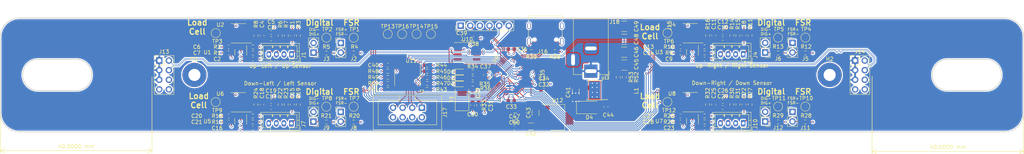
<source format=kicad_pcb>
(kicad_pcb (version 20211014) (generator pcbnew)
  (layers (0 "F.Cu" signal) (1 "In1.Cu" power) (2 "In2.Cu" power) (31 "B.Cu" signal) (34 "B.Paste" user) (35 "F.Paste" user) (36 "B.SilkS" user "B.Silkscreen") (37 "F.SilkS" user "F.Silkscreen") (38 "B.Mask" user) (39 "F.Mask" user) (44 "Edge.Cuts" user))
  (net 0 "")
  (net 1 "+3.3VA")
  (net 2 "GND")
  (net 3 "Net-(C3-Pad2)")
  (net 4 "Net-(C4-Pad2)")
  (net 5 "Net-(C10-Pad2)")
  (net 6 "Net-(C11-Pad2)")
  (net 7 "Net-(C17-Pad2)")
  (net 8 "Net-(C18-Pad2)")
  (net 9 "Net-(C24-Pad2)")
  (net 10 "Net-(C25-Pad2)")
  (net 11 "Net-(C29-Pad2)")
  (net 12 "Net-(C30-Pad2)")
  (net 13 "/controller/NRST")
  (net 14 "+3.3V")
  (net 15 "+5V")
  (net 16 "+24V")
  (net 17 "Net-(D1-Pad2)")
  (net 18 "Net-(D2-Pad2)")
  (net 19 "Net-(D3-Pad2)")
  (net 20 "Net-(J1-Pad1)")
  (net 21 "/sensor_handler1/SENSE+")
  (net 22 "/sensor_handler1/SENSE-")
  (net 23 "/controller/FSR_UL")
  (net 24 "/controller/DIGITALSENSOR_UL")
  (net 25 "Net-(J4-Pad1)")
  (net 26 "/sensor_handler2/SENSE+")
  (net 27 "/sensor_handler2/SENSE-")
  (net 28 "/controller/FSR_UR")
  (net 29 "/controller/DIGITALSENSOR_UR")
  (net 30 "Net-(J7-Pad1)")
  (net 31 "/sensor_handler3/SENSE+")
  (net 32 "/sensor_handler3/SENSE-")
  (net 33 "/controller/FSR_DL")
  (net 34 "/controller/DIGITALSENSOR_DL")
  (net 35 "Net-(J10-Pad1)")
  (net 36 "/sensor_handler4/SENSE+")
  (net 37 "/sensor_handler4/SENSE-")
  (net 38 "/controller/FSR_DR")
  (net 39 "/controller/DIGITALSENSOR_DR")
  (net 40 "Net-(J16-PadA4)")
  (net 41 "Net-(J16-PadA5)")
  (net 42 "/pad_bus/CAN_P")
  (net 43 "/pad_bus/CAN_N")
  (net 44 "/controller/SWCLK")
  (net 45 "/controller/SWDIO")
  (net 46 "/controller/SWO")
  (net 48 "Net-(J16-PadB5)")
  (net 49 "Net-(R1-Pad2)")
  (net 50 "Net-(R8-Pad1)")
  (net 51 "Net-(R8-Pad2)")
  (net 52 "Net-(R10-Pad1)")
  (net 53 "Net-(R16-Pad1)")
  (net 54 "Net-(R16-Pad2)")
  (net 55 "Net-(R17-Pad2)")
  (net 56 "Net-(R24-Pad1)")
  (net 57 "Net-(R24-Pad2)")
  (net 58 "Net-(R25-Pad2)")
  (net 59 "Net-(R32-Pad1)")
  (net 60 "Net-(R32-Pad2)")
  (net 62 "Net-(J17-Pad1)")
  (net 63 "Net-(J17-Pad3)")
  (net 64 "Net-(J17-Pad5)")
  (net 65 "Net-(J17-Pad7)")
  (net 66 "Net-(R33-Pad2)")
  (net 67 "Net-(R34-Pad2)")
  (net 68 "Net-(R44-Pad2)")
  (net 69 "Net-(R45-Pad2)")
  (net 70 "Net-(R35-Pad2)")
  (net 71 "Net-(R46-Pad2)")
  (net 72 "Net-(R36-Pad2)")
  (net 73 "Net-(R47-Pad2)")
  (net 74 "Net-(R50-Pad1)")
  (net 75 "Net-(C44-Pad1)")
  (net 76 "Net-(R51-Pad1)")
  (net 77 "/controller/LED_EN")
  (net 78 "Net-(R48-Pad1)")
  (net 79 "Net-(R49-Pad1)")
  (net 80 "Net-(R52-Pad2)")
  (net 81 "Net-(C44-Pad2)")
  (net 87 "/controller/LOADCELL_UL")
  (net 88 "/controller/LOADCELL_UR")
  (net 89 "/controller/LOADCELL_DL")
  (net 90 "/controller/LOADCELL_DR")
  (net 91 "/sensor_handler1/VREF")
  (net 92 "/sensor_handler2/VREF")
  (net 93 "/sensor_handler3/VREF")
  (net 94 "/sensor_handler4/VREF")
  (net 95 "/controller/LED_SEG_UL")
  (net 96 "/controller/LED_SEG_UR")
  (net 97 "/controller/LED_SEG_DL")
  (net 98 "/controller/LED_SEG_DR")
  (net 100 "/controller/CAN_RX")
  (net 101 "/controller/CAN_TX")
  (net 109 "/controller/USBD_P")
  (net 110 "/controller/USBD_N")
  (footprint "Capacitor_SMD:C_1210_3225Metric" (layer "F.Cu") (at 242.2 129 180)
    (fp_text reference "C48")
    (fp_text value "100u")
  )
  (footprint "Resistor_SMD:R_0603_1608Metric" (layer "F.Cu") (at 263.4 131)
    (fp_text reference "R10")
    (fp_text value "10k")
  )
  (footprint "MountingHole:MountingHole_3.2mm_M3_Pad" (layer "F.Cu") (at 128.8 138.4)
    (fp_text reference "H1")
    (fp_text value "MountingHole_Pad")
  )
  (footprint "Resistor_SMD:R_0603_1608Metric" (layer "F.Cu") (at 145 146.225 90)
    (fp_text reference "R24")
    (fp_text value "100R")
  )
  (footprint "Capacitor_SMD:C_0603_1608Metric" (layer "F.Cu") (at 205.4 146.4 90)
    (fp_text reference "C31")
    (fp_text value "100n")
  )
  (footprint "Capacitor_SMD:C_0603_1608Metric" (layer "F.Cu") (at 144.225 134.225)
    (fp_text reference "C2")
    (fp_text value "100n")
  )
  (footprint "Package_TO_SOT_SMD:SOT-223-3_TabPin2" (layer "F.Cu") (at 224.6 149.6)
    (fp_text reference "U12")
    (fp_text value "AMS1117-3.3")
  )
  (footprint "Resistor_SMD:R_0603_1608Metric" (layer "F.Cu") (at 240.6 139 90)
    (fp_text reference "R53")
    (fp_text value "3.3k")
  )
  (footprint "TestPoint:TestPoint_Pad_D2.0mm" (layer "F.Cu") (at 170.825 128.57)
    (fp_text reference "TP1")
    (fp_text value "TestPoint")
  )
  (footprint "Package_TO_SOT_SMD:SOT-23-5" (layer "F.Cu") (at 141 150.625 -90)
    (fp_text reference "U5")
    (fp_text value "LMV321")
  )
  (footprint "Connector_PinHeader_2.54mm:PinHeader_1x02_P2.54mm_Vertical" (layer "F.Cu") (at 279.4 150.685 180)
    (fp_text reference "J12")
    (fp_text value "Digital Input")
  )
  (footprint "Resistor_SMD:R_0603_1608Metric" (layer "F.Cu") (at 272.2 128 90)
    (fp_text reference "R15")
    (fp_text value "330R")
  )
  (footprint "Package_TO_SOT_SMD:SOT-23-5" (layer "F.Cu") (at 260.2 132.4 -90)
    (fp_text reference "U3")
    (fp_text value "LMV321")
  )
  (footprint "Capacitor_SMD:C_0603_1608Metric" (layer "F.Cu") (at 199.3 128.8)
    (fp_text reference "C39")
    (fp_text value "100n")
  )
  (footprint "Resistor_SMD:R_0603_1608Metric" (layer "F.Cu") (at 145.025 128.025 90)
    (fp_text reference "R8")
    (fp_text value "100R")
  )
  (footprint "Capacitor_SMD:C_0603_1608Metric" (layer "F.Cu") (at 257 149.2 180)
    (fp_text reference "C27")
    (fp_text value "100n")
  )
  (footprint "Resistor_SMD:R_0603_1608Metric" (layer "F.Cu") (at 202.21875 139.2)
    (fp_text reference "R35")
    (fp_text value "56R")
  )
  (footprint "Resistor_SMD:R_0603_1608Metric" (layer "F.Cu") (at 290 150.81)
    (fp_text reference "R28")
    (fp_text value "330R")
  )
  (footprint "Capacitor_SMD:C_0603_1608Metric" (layer "F.Cu") (at 213.225 152.4)
    (fp_text reference "C50")
    (fp_text value "100n")
  )
  (footprint "MountingHole:MountingHole_3.2mm_M3_Pad" (layer "F.Cu") (at 296.4 138.4)
    (fp_text reference "H2")
    (fp_text value "MountingHole_Pad")
  )
  (footprint "Capacitor_SMD:C_0603_1608Metric" (layer "F.Cu") (at 268.2 128.8 180)
    (fp_text reference "C10")
    (fp_text value "4.7n")
  )
  (footprint "LED_SMD:LED_0603_1608Metric" (layer "F.Cu") (at 199.01875 140.8)
    (fp_text reference "D3")
    (fp_text value "Yellow")
  )
  (footprint "Resistor_SMD:R_0603_1608Metric" (layer "F.Cu") (at 242.2 139 -90)
    (fp_text reference "R52")
    (fp_text value "10k")
  )
  (footprint "Capacitor_SMD:C_0603_1608Metric" (layer "F.Cu") (at 221 140.8)
    (fp_text reference "C34")
    (fp_text value "1u")
  )
  (footprint "Capacitor_SMD:C_0603_1608Metric" (layer "F.Cu") (at 146.6 146.225 90)
    (fp_text reference "C18")
    (fp_text value "470n")
  )
  (footprint "Capacitor_SMD:C_0603_1608Metric" (layer "F.Cu") (at 212.4 131.6)
    (fp_text reference "C36")
    (fp_text value "100n")
  )
  (footprint "LED_SMD:LED_0603_1608Metric" (layer "F.Cu") (at 199.01875 139.2)
    (fp_text reference "D2")
    (fp_text value "Green")
  )
  (footprint "Resistor_SMD:R_0603_1608Metric" (layer "F.Cu") (at 190.21 142.2475 180)
    (fp_text reference "R43")
    (fp_text value "10k")
  )
  (footprint "Connector_PinHeader_2.54mm:PinHeader_1x06_P2.54mm_Vertical" (layer "F.Cu") (at 199.04 125.4 90)
    (fp_text reference "J15")
    (fp_text value "Conn_01x06_Male")
  )
  (footprint "Resistor_SMD:R_0603_1608Metric" (layer "F.Cu") (at 263.4 132.6 180)
    (fp_text reference "R9")
    (fp_text value "33k")
  )
  (footprint "Capacitor_SMD:C_0603_1608Metric" (layer "F.Cu") (at 144.2 152.425)
    (fp_text reference "C16")
    (fp_text value "100n")
  )
  (footprint "Capacitor_SMD:C_1206_3216Metric" (layer "F.Cu") (at 229.4 142.8 90)
    (fp_text reference "C41")
    (fp_text value "10u")
  )
  (footprint "Capacitor_SMD:C_0603_1608Metric" (layer "F.Cu") (at 154.625 128.025 -90)
    (fp_text reference "C1")
    (fp_text value "100n")
  )
  (footprint "Resistor_SMD:R_0603_1608Metric" (layer "F.Cu") (at 264.2 146.2 90)
    (fp_text reference "R32")
    (fp_text value "100R")
  )
  (footprint "TestPoint:TestPoint_Pad_D2.0mm" (layer "F.Cu") (at 183.6 127.6)
    (fp_text reference "TP16")
    (fp_text value "TestPoint")
  )
  (footprint "Capacitor_SMD:C_1206_3216Metric" (layer "F.Cu") (at 218.8 148.4 90)
    (fp_text reference "C43")
    (fp_text value "22u")
  )
  (footprint "Resistor_SMD:R_0603_1608Metric" (layer "F.Cu") (at 290 132.61)
    (fp_text reference "R12")
    (fp_text value "330R")
  )
  (footprint "Connector_JST:JST_PH_B4B-PH-K_1x04_P2.00mm_Vertical" (layer "F.Cu") (at 154.4 151.175 180)
    (fp_text reference "J7")
    (fp_text value "Load Cell Input")
  )
  (footprint "Capacitor_SMD:C_0603_1608Metric" (layer "F.Cu") (at 202.2 143.2 -90)
    (fp_text reference "C29")
    (fp_text value "22p")
  )
  (footprint "Package_SO:SOIC-8_3.9x4.9mm_P1.27mm" (layer "F.Cu") (at 259.6 127.4 180)
    (fp_text reference "U4")
    (fp_text value "INA826")
  )
  (footprint "Resistor_SMD:R_0603_1608Metric" (layer "F.Cu") (at 144.2 150.825 180)
    (fp_text reference "R17")
    (fp_text value "33k")
  )
  (footprint "Connector_USB:USB_C_Receptacle_Palconn_UTC16-G" (layer "F.Cu") (at 221.4 127.675 180)
    (fp_text reference "J16")
    (fp_text value "USB_C_Receptacle_USB2.0")
  )
  (footprint "Capacitor_SMD:C_0603_1608Metric" (layer "F.Cu") (at 268.2 145.4)
    (fp_text reference "C26")
    (fp_text value "4.7n")
  )
  (footprint "Capacitor_SMD:C_0603_1608Metric" (layer "F.Cu") (at 219.2 138.4 -90)
    (fp_text reference "C35")
    (fp_text value "100n")
  )
  (footprint "Resistor_SMD:R_0603_1608Metric" (layer "F.Cu") (at 144.225 132.625 180)
    (fp_text reference "R1")
    (fp_text value "33k")
  )
  (footprint "Capacitor_SMD:C_1206_3216Metric" (layer "F.Cu") (at 217.6 152 180)
    (fp_text reference "C42")
    (fp_text value "10u")
  )
  (footprint "Package_SO:TI_SO-PowerPAD-8_ThermalVias" (layer "F.Cu") (at 234.4 142.4 180)
    (fp_text reference "U13")
    (fp_text value "TPS5430DDA")
  )
  (footprint "Connector_PinHeader_2.54mm:PinHeader_1x02_P2.54mm_Vertical" (layer "F.Cu") (at 286.6 129.935)
    (fp_text reference "J5")
    (fp_text value "FSR Input")
  )
  (footprint "sensor-board:BarrelJack_MP" (layer "F.Cu") (at 233.4 137.4 -90)
    (fp_text reference "J18")
    (fp_text value "Barrel_Jack_MountingPin")
  )
  (footprint "Capacitor_SMD:C_0603_1608Metric" (layer "F.Cu") (at 268.2 127.2)
    (fp_text reference "C12")
    (fp_text value "4.7n")
  )
  (footprint "TestPoint:TestPoint_Pad_D2.0mm" (layer "F.Cu") (at 282.8 146.745)
    (fp_text reference "TP11")
    (fp_text value "TestPoint")
  )
  (footprint "Resistor_SMD:R_0603_1608Metric" (layer "F.Cu") (at 179.81 139.0475 180)
    (fp_text reference "R49")
    (fp_text value "10k")
  )
  (footprint "Resistor_SMD:R_0603_1608Metric" (layer "F.Cu") (at 275.4 128 -90)
    (fp_text reference "R11")
    (fp_text value "470R")
  )
  (footprint "Package_TO_SOT_SMD:SOT-23-5" (layer "F.Cu") (at 260.2 150.6 -90)
    (fp_text reference "U7")
    (fp_text value "LMV321")
  )
  (footprint "TestPoint:TestPoint_Pad_D2.0mm" (layer "F.Cu") (at 134.425 127.36)
    (fp_text reference "TP3")
    (fp_text value "TestPoint")
  )
  (footprint "Package_SO:TSSOP-20_4.4x6.5mm_P0.65mm" (layer "F.Cu") (at 185.01 139.0475 -90)
    (fp_text reference "U11")
    (fp_text value "74HCT245")
  )
  (footprint "LED_SMD:LED_0603_1608Metric" (layer "F.Cu") (at 199.01875 137.6)
    (fp_text reference "D1")
    (fp_text value "Blue")
  )
  (footprint "TestPoint:TestPoint_Pad_D2.0mm" (layer "F.Cu") (at 282.8 128.545)
    (fp_text reference "TP5")
    (fp_text value "TestPoint")
  )
  (footprint "TestPoint:TestPoint_Pad_D2.0mm" (layer "F.Cu") (at 163.6 146.77)
    (fp_text reference "TP8")
    (fp_text value "TestPoint")
  )
  (footprint "Resistor_SMD:R_0603_1608Metric" (layer "F.Cu") (at 170.825 132.635)
    (fp_text reference "R4")
    (fp_text value "330R")
  )
  (footprint "Resistor_SMD:R_0603_1608Metric" (layer "F.Cu") (at 282.8 132.61 180)
    (fp_text reference "R13")
    (fp_text value "10k")
  )
  (footprint "Capacitor_SMD:C_0603_1608Metric" (layer "F.Cu") (at 237.4 146.8 -90)
    (fp_text reference "C44")
    (fp_text value "100n")
  )
  (footprint "Resistor_SMD:R_0603_1608Metric" (layer "F.Cu") (at 275.4 146.2 -90)
    (fp_text reference "R27")
    (fp_text value "470R")
  )
  (footprint "Inductor_SMD:L_0805_2012Metric" (layer "F.Cu") (at 213.425 149 180)
    (fp_text reference "L2")
    (fp_text value "L_Ferrite_Small")
  )
  (footprint "Capacitor_SMD:C_0603_1608Metric" (layer "F.Cu") (at 257 132.6 180)
    (fp_text reference "C14")
    (fp_text value "10u")
  )
  (footprint "Resistor_SMD:R_0603_1608Metric" (layer "F.Cu") (at 270.6 128 90)
    (fp_text reference "R14")
    (fp_text value "330R")
  )
  (footprint "Resistor_SMD:R_0603_1608Metric" (layer "F.Cu") (at 151.425 128.025 90)
    (fp_text reference "R6")
    (fp_text value "330R")
  )
  (footprint "Resistor_SMD:R_0603_1608Metric" (layer "F.Cu") (at 151.4 146.225 90)
    (fp_text reference "R22")
    (fp_text value "330R")
  )
  (footprint "Resistor_SMD:R_0603_1608Metric" (layer "F.Cu") (at 153.025 128.025 90)
    (fp_text reference "R7")
    (fp_text value "330R")
  )
  (footprint "Capacitor_SMD:C_0603_1608Metric" (layer "F.Cu") (at 154.6 146.225 -90)
    (fp_text reference "C15")
    (fp_text value "100n")
  )
  (footprint "Capacitor_SMD:C_0603_1608Metric" (layer "F.Cu") (at 257 150.8 180)
    (fp_text reference "C28")
    (fp_text value "10u")
  )
  (footprint "TestPoint:TestPoint_Pad_D2.0mm" (layer "F.Cu") (at 179.8 127.6)
    (fp_text reference "TP13")
    (fp_text value "TestPoint")
  )
  (footprint "Resistor_SMD:R_0603_1608Metric" (layer "F.Cu") (at 202.21875 137.6)
    (fp_text reference "R34")
    (fp_text value "47R")
  )
  (footprint "Diode_SMD:D_SMA" (layer "F.Cu") (at 233 147)
    (fp_text reference "D4")
    (fp_text value "D_Schottky_Small")
  )
  (footprint "Capacitor_SMD:C_0603_1608Metric" (layer "F.Cu") (at 137.8 149.225 180)
    (fp_text reference "C20")
    (fp_text value "100n")
  )
  (footprint "Resistor_SMD:R_0603_1608Metric" (layer "F.Cu") (at 144.2 149.225)
    (fp_text reference "R18")
    (fp_text value "10k")
  )
  (footprint "Connector_JST:JST_PH_B4B-PH-K_1x04_P2.00mm_Vertical" (layer "F.Cu") (at 154.425 132.975 180)
    (fp_text reference "J1")
    (fp_text value "Load Cell Input")
  )
  (footprint "TestPoint:TestPoint_Pad_D2.0mm" (layer "F.Cu") (at 191.2 127.6)
    (fp_text reference "TP15")
    (fp_text value "TestPoint")
  )
  (footprint "Connector_PinHeader_2.54mm:PinHeader_1x02_P2.54mm_Vertical" (layer "F.Cu") (at 286.6 148.135)
    (fp_text reference "J11")
    (fp_text value "FSR Input")
  )
  (footprint "TestPoint:TestPoint_Pad_D2.0mm" (layer "F.Cu") (at 253.6 145.535)
    (fp_text reference "TP12")
    (fp_text value "TestPoint")
  )
  (footprint "Package_SO:SOIC-8_3.9x4.9mm_P1.27mm" (layer "F.Cu") (at 140.425 127.425 180)
    (fp_text reference "U2")
    (fp_text value "INA826")
  )
  (footprint "Resistor_SMD:R_0603_1608Metric" (layer "F.Cu") (at 156.2 146.225 -90)
    (fp_text reference "R19")
    (fp_text value "470R")
  )
  (footprint "Resistor_SMD:R_0603_1608Metric" (layer "F.Cu") (at 163.625 132.635 180)
    (fp_text reference "R5")
    (fp_text value "10k")
  )
  (footprint "Capacitor_SMD:C_0603_1608Metric" (layer "F.Cu") (at 149.025 127.225)
    (fp_text reference "C5")
    (fp_text value "4.7n")
  )
  (footprint "Resistor_SMD:R_0603_1608Metric" (layer "F.Cu") (at 179.81 142.2475 180)
    (fp_text reference "R51")
    (fp_text value "10k")
  )
  (footprint "Resistor_SMD:R_0603_1608Metric" (layer "F.Cu") (at 223.9 132.25)
    (fp_text reference "R38")
    (fp_text value "5.1k")
  )
  (footprint "Capacitor_SMD:C_0603_1608Metric" (layer "F.Cu") (at 263.4 134.2)
    (fp_text reference "C9")
    (fp_text value "100n")
  )
  (footprint "TestPoint:TestPoint_Pad_D2.0mm" (layer "F.Cu") (at 163.625 128.57)
    (fp_text reference "TP2")
    (fp_text value "TestPoint")
  )
  (footprint "Capacitor_SMD:C_0603_1608Metric" (layer "F.Cu") (at 263.4 152.4)
    (fp_text reference "C23")
    (fp_text value "100n")
  )
  (footprint "Resistor_SMD:R_0603_1608Metric" (layer "F.Cu") (at 153 146.225 90)
    (fp_text reference "R23")
    (fp_text value "330R")
  )
  (footprint "Capacitor_SMD:C_0603_1608Metric" (layer "F.Cu") (at 273.8 146.2 -90)
    (fp_text reference "C22")
    (fp_text value "100n")
  )
  (footprint "Connector_PinHeader_2.54mm:PinHeader_1x02_P2.54mm_Vertical" (layer "F.Cu") (at 279.4 132.485 180)
    (fp_text reference "J6")
    (fp_text value "Digital Input")
  )
  (footprint "Connector_PinHeader_2.54mm:PinHeader_1x02_P2.54mm_Vertical" (layer "F.Cu") (at 160.225 132.51 180)
    (fp_text reference "J3")
    (fp_text value "Digital Input")
  )
  (footprint "Capacitor_SMD:C_0603_1608Metric" (layer "F.Cu") (at 202.2 146.4 90)
    (fp_text reference "C30")
    (fp_text value "22p")
  )
  (footprint "Package_TO_SOT_SMD:SOT-23-5" (layer "F.Cu") (at 141.025 132.425 -90)
    (fp_text reference "U1")
    (fp_text value "LMV321")
  )
  (footprint "TestPoint:TestPoint_Pad_D2.0mm" (layer "F.Cu") (at 253.6 127.335)
    (fp_text reference "TP6")
    (fp_text value "TestPoint")
  )
  (footprint "Capacitor_SMD:C_1210_3225Metric" (layer "F.Cu") (at 242.2 132.4 180)
    (fp_text reference "C46")
    (fp_text value "100u")
  )
  (footprint "Capacitor_SMD:C_0603_1608Metric" (layer "F.Cu") (at 146.625 128.025 90)
    (fp_text reference "C4")
    (fp_text value "470n")
  )
  (footprint "Capacitor_SMD:C_0603_1608Metric" (layer "F.Cu") (at 265.8 128 90)
    (fp_text reference "C11")
    (fp_text value "470n")
  )
  (footprint "Connector_PinHeader_2.54mm:PinHeader_2x04_P2.54mm_Vertical" (layer "F.Cu") (at 303.125 134.6)
    (fp_text reference "J14")
    (fp_text value "Conn_02x04_Odd_Even")
  )
  (footprint "Resistor_SMD:R_0603_1608Metric" (layer "F.Cu") (at 270.6 146.2 90)
    (fp_text reference "R30")
    (fp_text value "330R")
  )
  (footprint "Resistor_SMD:R_0603_1608Metric" (layer "F.Cu") (at 203.8 146.4 -90)
    (fp_text reference "R33")
    (fp_text value "220R")
  )
  (footprint "Connector_JST:JST_PH_B4B-PH-K_1x04_P2.00mm_Vertical" (layer "F.Cu") (at 273.6 151.15 180)
    (fp_text reference "J10")
    (fp_text value "Load Cell Input")
  )
  (footprint "Resistor_SMD:R_0603_1608Metric" (layer "F.Cu") (at 202.21875 140.8)
    (fp_text reference "R36")
    (fp_text value "120R")
  )
  (footprint "Capacitor_SMD:C_0603_1608Metric" (layer "F.Cu") (at 273.8 128 -90)
    (fp_text reference "C8")
    (fp_text value "100n")
  )
  (footprint "Package_SO:SOIC-8_3.9x4.9mm_P1.27mm" (layer "F.Cu") (at 259.6 145.6 180)
    (fp_text reference "U8")
    (fp_text value "INA826")
  )
  (footprint "Capacitor_SMD:C_0603_1608Metric" (layer "F.Cu") (at 212.4 145.2)
    (fp_text reference "C33")
    (fp_text value "100n")
  )
  (footprint "Capacitor_SMD:C_0603_1608Metric" (layer "F.Cu") (at 268.2 147 180)
    (fp_text reference "C24")
    (fp_text value "4.7n")
  )
  (footprint "Resistor_SMD:R_0603_1608Metric" (layer "F.Cu") (at 272.2 146.2 90)
    (fp_text reference "R31")
    (fp_text value "330R")
  )
  (footprint "Connector_PinHeader_2.54mm:PinHeader_1x02_P2.54mm_Vertical" (layer "F.Cu") (at 167.4 148.16)
    (fp_text reference "J8")
    (fp_text value "FSR Input")
  )
  (footprint "Capacitor_SMD:C_0603_1608Metric" (layer "F.Cu") (at 137.825 132.625 180)
    (fp_text reference "C7")
    (fp_text value "10u")
  )
  (footprint "Capacitor_SMD:C_0603_1608Metric" (layer "F.Cu") (at 213.225 150.8)
    (fp_text reference "C47")
    (fp_text value "1u")
  )
  (footprint "Resistor_SMD:R_0603_1608Metric" (layer "F.Cu") (at 179.81 137.4475 180)
    (fp_text reference "R48")
    (fp_text value "10k")
  )
  (footprint "Capacitor_SMD:C_0603_1608Metric" (layer "F.Cu") (at 137.8 150.825 180)
    (fp_text reference "C21")
    (fp_text value "10u")
  )
  (footprint "Capacitor_SMD:C_0603_1608Metric" (layer "F.Cu") (at 149 145.425)
    (fp_text reference "C19")
    (fp_text value "4.7n")
  )
  (footprint "Resistor_SMD:R_0603_1608Metric" (layer "F.Cu") (at 282.8 150.81 180)
    (fp_text reference "R29")
    (fp_text value "10k")
  )
  (footprint "Resistor_SMD:R_0603_1608Metric" (layer "F.Cu") (at 179.81 140.6475 180)
    (fp_text reference "R50")
    (fp_text value "10k")
  )
  (footprint "Resistor_SMD:R_0603_1608Metric" (layer "F.Cu") (at 156.225 128.025 -90)
    (fp_text reference "R3")
    (fp_text value "470R")
  )
  (footprint "Resistor_SMD:R_0603_1608Metric" (layer "F.Cu") (at 190.21 139.0475 180)
    (fp_text reference "R46")
    (fp_text value "10k")
  )
  (footprint "Connector_PinHeader_2.54mm:PinHeader_1x02_P2.54mm_Vertical" (layer "F.Cu") (at 160.2 150.71 180)
    (fp_text reference "J9")
    (fp_text value "Digital Input")
  )
  (footprint "Crystal:Crystal_SMD_5032-2Pin_5.0x3.2mm" (layer "F.Cu") (at 199.4 144.8 90)
    (fp_text reference "Y1")
    (fp_text value "8MHz")
  )
  (footprint "Resistor_SMD:R_0603_1608Metric" (layer "F.Cu") (at 190.21 135.8475 180)
    (fp_text reference "R44")
    (fp_text value "10k")
  )
  (footprint "Capacitor_SMD:C_0603_1608Metric" (layer "F.Cu") (at 137.825 131.025 180)
    (fp_text reference "C6")
    (fp_text value "100n")
  )
  (footprint "Resistor_SMD:R_0603_1608Metric" (layer "F.Cu") (at 170.8 150.835)
    (fp_text reference "R20")
    (fp_text value "330R")
  )
  (footprint "Package_SO:SOIC-8_3.9x4.9mm_P1.27mm" (layer "F.Cu") (at 200.8 132.4)
    (fp_text reference "U10")
    (fp_text value "TJA1042T-3")
  )
  (footprint "Connector_JST:JST_PH_B4B-PH-K_1x04_P2.00mm_Vertical" (layer "F.Cu") (at 273.6 132.95 180)
    (fp_text reference "J4")
    (fp_text value "Load Cell Input")
  )
  (footprint "Capacitor_SMD:C_0603_1608Metric" (layer "F.Cu") (at 179.81 135.8475 180)
    (fp_text reference "C40")
    (fp_text value "100n")
  )
  (footprint "Connector_PinHeader_2.54mm:PinHeader_1x02_P2.54mm_Vertical" (layer "F.Cu") (at 167.425 129.96)
    (fp_text reference "J2")
    (fp_text value "FSR Input")
  )
  (footprint "Resistor_SMD:R_0603_1608Metric" (layer "F.Cu") (at 190.21 137.4475 180)
    (fp_text reference "R45")
    (fp_text value "10k")
  )
  (footprint "Connector_IDC:IDC-Header_2x04_P2.54mm_Vertical" (layer "F.Cu") (at 188.81 147.0475 -90)
    (fp_text reference "J17")
    (fp_text value "Conn_02x04_Odd_Even")
  )
  (footprint "Capacitor_SMD:C_1210_3225Metric" (layer "F.Cu") (at 242.2 125.6 180)
    (fp_text reference "C49")
    (fp_text value "100u")
  )
  (footprint "TestPoint:TestPoint_Pad_D2.0mm" (layer "F.Cu") (at 290 128.545)
    (fp_text reference "TP4")
    (fp_text value "TestPoint")
  )
  (footprint "Capacitor_SMD:C_0603_1608Metric" (layer "F.Cu") (at 205.6 138.4 90)
    (fp_text reference "C37")
    (fp_text value "4.7u")
  )
  (footprint "TestPoint:TestPoint_Pad_D2.0mm" (layer "F.Cu") (at 187.4 127.6)
    (fp_text reference "TP14")
    (fp_text value "TestPoint")
  )
  (footprint "sensor-board:SLO0630H150MTT" (layer "F.Cu") (at 241.4 144.4 90)
    (fp_text reference "L1")
    (fp_text value "15u")
  )
  (footprint "Connector_PinHeader_2.54mm:PinHeader_2x04_P2.54mm_Vertical" (layer "F.Cu") (at 119.525 134.6)
    (fp_text reference "J13")
    (fp_text value "Conn_02x04_Odd_Even")
  )
  (footprint "Resistor_SMD:R_0603_1608Metric" (layer "F.Cu") (at 264.2 128 90)
    (fp_text reference "R16")
    (fp_text value "100R")
  )
  (footprint "Capacitor_SMD:C_0603_1608Metric" (layer "F.Cu") (at 149.025 128.825 180)
    (fp_text reference "C3")
    (fp_text value "4.7n")
  )
  (footprint "Capacitor_SMD:C_0603_1608Metric" (layer "F.Cu") (at 149 147.025 180)
    (fp_text reference "C17")
    (fp_text value "4.7n")
  )
  (footprint "Resistor_SMD:R_0603_1608Metric" (layer "F.Cu") (at 217.7 132.25 180)
    (fp_text reference "R39")
    (fp_text value "5.1k")
  )
  (footprint "Resistor_SMD:R_0603_1608Metric" (layer "F.Cu") (at 263.4 150.8 180)
    (fp_text reference "R25")
    (fp_text value "33k")
  )
  (footprint "Capacitor_SMD:C_0603_1608Metric" (layer "F.Cu") (at 257 131 180)
    (fp_text reference "C13")
    (fp_text value "100n")
  )
  (footprint "Package_QFP:LQFP-48_7x7mm_P0.5mm" (layer "F.Cu") (at 212.4 138.4 45)
    (fp_text reference "U9")
    (fp_text value "STM32G431CBT6")
  )
  (footprint "Resistor_SMD:R_0603_1608Metric" (layer "F.Cu") (at 144.225 131.025)
    (fp_text reference "R2")
    (fp_text value "10k")
  )
  (footprint "Resistor_SMD:R_0603_1608Metric" (layer "F.Cu") (at 263.4 149.2)
    (fp_text reference "R26")
    (fp_text value "10k")
  )
  (footprint "Capacitor_SMD:C_0603_1608Metric" (layer "F.Cu") (at 265.8 146.2 90)
    (fp_text reference "C25")
    (fp_text value "470n")
  )
  (footprint "Capacitor_SMD:C_0603_1608Metric" (layer "F.Cu") (at 221 142.4)
    (fp_text reference "C32")
    (fp_text value "10n")
  )
  (footprint "TestPoint:TestPoint_Pad_D2.0mm" (layer "F.Cu") (at 170.8 146.77)
    (fp_text reference "TP7")
    (fp_text value "TestPoint")
  )
  (footprint "TestPoint:TestPoint_Pad_D2.0mm" (layer "F.Cu") (at 290 146.745)
    (fp_text reference "TP10")
    (fp_text value "TestPoint")
  )
  (footprint "Capacitor_SMD:C_0603_1608Metric" (layer "F.Cu") (at 202.4 128.8 180)
    (fp_text reference "C38")
    (fp_text value "100n")
  )
  (footprint "Resistor_SMD:R_0603_1608Metric" (layer "F.Cu") (at 190.21 140.6475 180)
    (fp_text reference "R47")
    (fp_text value "10k")
  )
  (footprint "TestPoint:TestPoint_Pad_D2.0mm" (layer "F.Cu") (at 134.4 145.56)
    (fp_text reference "TP9")
    (fp_text value "TestPoint")
  )
  (footprint "Resistor_SMD:R_0603_1608Metric" (layer "F.Cu") (at 163.6 150.835 180)
    (fp_text reference "R21")
    (fp_text value "10k")
  )
  (footprint "Capacitor_SMD:C_1210_3225Metric" (layer "F.Cu") (at 242.2 135.8 180)
    (fp_text reference "C45")
    (fp_text value "100u")
  )
  (footprint "Package_SO:SOIC-8_3.9x4.9mm_P1.27mm" (layer "F.Cu") (at 140.4 145.625 180)
    (fp_text reference "U6")
    (fp_text value "INA826")
  )
  (gr_arc (start 337.6 134.25) (mid 341.75 138.4) (end 337.6 142.55) (layer "Edge.Cuts") (width 0.2))
  (gr_arc (start 327.6 142.55) (mid 323.45 138.4) (end 327.6 134.25) (layer "Edge.Cuts") (width 0.2))
  (gr_arc (start 87.6 142.55) (mid 83.45 138.4) (end 87.6 134.25) (layer "Edge.Cuts") (width 0.2))
  (gr_arc (start 347.6 148.4) (mid 346.135534 151.935534) (end 342.6 153.4) (layer "Edge.Cuts") (width 0.2))
  (gr_line (start 77.6 128.4) (end 77.6 148.4) (layer "Edge.Cuts") (width 0.2))
  (gr_line (start 337.6 134.25) (end 327.6 134.25) (layer "Edge.Cuts") (width 0.2))
  (gr_line (start 82.6 153.4) (end 342.6 153.4) (layer "Edge.Cuts") (width 0.2))
  (gr_line (start 87.6 142.55) (end 97.6 142.55) (layer "Edge.Cuts") (width 0.2))
  (gr_line (start 347.6 148.4) (end 347.6 128.4) (layer "Edge.Cuts") (width 0.2))
  (gr_arc (start 77.6 128.4) (mid 79.064466 124.864466) (end 82.6 123.4) (layer "Edge.Cuts") (width 0.2))
  (gr_arc (start 97.6 134.25) (mid 101.75 138.4) (end 97.6 142.55) (layer "Edge.Cuts") (width 0.2))
  (gr_line (start 97.6 134.25) (end 87.6 134.25) (layer "Edge.Cuts") (width 0.2))
  (gr_arc (start 82.6 153.4) (mid 79.064466 151.935534) (end 77.6 148.4) (layer "Edge.Cuts") (width 0.2))
  (gr_arc (start 342.6 123.4) (mid 346.135534 124.864466) (end 347.6 128.4) (layer "Edge.Cuts") (width 0.2))
  (gr_line (start 342.6 123.4) (end 82.6 123.4) (layer "Edge.Cuts") (width 0.2))
  (gr_line (start 327.6 142.55) (end 337.6 142.55) (layer "Edge.Cuts") (width 0.2))
  (gr_text "Down-Right / Down Sensor" (at 270.6 140.535) (layer "F.SilkS") (effects (font (size 1 1))))
  (gr_text "DIG-\nDIG+" (at 160.425 127.035) (layer "F.SilkS") (effects (font (size 0.75 0.75) (thickness 0.125))))
  (gr_text "DIG-\nDIG+" (at 279.6 145.21) (layer "F.SilkS") (effects (font (size 0.75 0.75) (thickness 0.125))))
  (gr_text "DIG-\nDIG+" (at 279.6 127.01) (layer "F.SilkS") (effects (font (size 0.75 0.75) (thickness 0.125))))
  (gr_text "FSR" (at 170.225 124.635) (layer "F.SilkS") (effects (font (size 1.5 1.5) (thickness 0.3))))
  (gr_text "Down-Left / Left Sensor" (at 151.425 140.625) (layer "F.SilkS") (effects (font (size 1 1))))
  (gr_text "Digital" (at 281 142.81) (layer "F.SilkS") (effects (font (size 1.5 1.5) (thickness 0.3))))
  (gr_text "FSR" (at 289.4 142.81) (layer "F.SilkS") (effects (font (size 1.5 1.5) (thickness 0.3))))
  (gr_text "Load\nCell" (at 129.55 125.775) (layer "F.SilkS") (effects (font (size 1.5 1.5) (thickness 0.3))))
  (gr_text "Up-Right / Right Sensor" (at 270.6 135.935) (layer "F.SilkS") (effects (font (size 1 1))))
  (gr_text "Digital" (at 161.825 124.635) (layer "F.SilkS") (effects (font (size 1.5 1.5) (thickness 0.3))))
  (gr_text "Load\nCell" (at 249 127) (layer "F.SilkS") (effects (font (size 1.5 1.5) (thickness 0.3))))
  (gr_text "FSR+\nFSR-" (at 167.6 145.235) (layer "F.SilkS") (effects (font (size 0.75 0.75) (thickness 0.125))))
  (gr_text "Digital" (at 281 124.61) (layer "F.SilkS") (effects (font (size 1.5 1.5) (thickness 0.3))))
  (gr_text "FSR+\nFSR-" (at 286.8 145.21) (layer "F.SilkS") (effects (font (size 0.75 0.75) (thickness 0.125))))
  (gr_text "FSR" (at 170.2 142.835) (layer "F.SilkS") (effects (font (size 1.5 1.5) (thickness 0.3))))
  (gr_text "Digital" (at 161.8 142.835) (layer "F.SilkS") (effects (font (size 1.5 1.5) (thickness 0.3))))
  (gr_text "DIG-\nDIG+" (at 160.4 145.235) (layer "F.SilkS") (effects (font (size 0.75 0.75) (thickness 0.125))))
  (gr_text "FSR+\nFSR-" (at 167.625 127.035) (layer "F.SilkS") (effects (font (size 0.75 0.75) (thickness 0.125))))
  (gr_text "Up-Left / Up Sensor" (at 151.425 136.025) (layer "F.SilkS") (effects (font (size 1 1))))
  (gr_text "Load\nCell" (at 249 145.2) (layer "F.SilkS") (effects (font (size 1.5 1.5) (thickness 0.3))))
  (gr_text "FSR" (at 289.4 124.61) (layer "F.SilkS") (effects (font (size 1.5 1.5) (thickness 0.3))))
  (gr_text "Load\nCell" (at 129.95 145.175) (layer "F.SilkS") (effects (font (size 1.5 1.5) (thickness 0.3))))
  (gr_text "FSR+\nFSR-" (at 286.8 127.01) (layer "F.SilkS") (effects (font (size 0.75 0.75) (thickness 0.125))))
  (dimension (type aligned) (layer "F.SilkS") (pts (xy 77.6 138.4) (xy 117.6 138.4)) (height 20) (gr_text "40.0000 mm" (at 97.6 157.25) (layer "F.SilkS") (effects (font (size 1 1) (thickness 0.15)))) (format (units 3) (units_format 1) (precision 4)) (style (thickness 0.15) (arrow_length 1.27) (text_position_mode 0) (extension_height 0.58642) (extension_offset 0.5) keep_text_aligned))
  (dimension (type aligned) (layer "F.SilkS") (pts (xy 347.6 138.2) (xy 307.6 138.2)) (height -20.4) (gr_text "40.0000 mm" (at 327.6 157.45) (layer "F.SilkS") (effects (font (size 1 1) (thickness 0.15)))) (format (units 3) (units_format 1) (precision 4)) (style (thickness 0.15) (arrow_length 1.27) (text_position_mode 0) (extension_height 0.58642) (extension_offset 0.5) keep_text_aligned))
  (segment (start 137.925 147.95) (end 137.925 147.53) (width 0.25) (layer "F.Cu") (net 1))
  (segment (start 261.6 134.6) (end 260.2 134.6) (width 0.2) (layer "F.Cu") (net 1))
  (segment (start 138.6 132.625) (end 138.6 133.8) (width 0.25) (layer "F.Cu") (net 1))
  (segment (start 275.4 145.375) (end 275.4 144) (width 0.25) (layer "F.Cu") (net 1))
  (segment (start 261.15 133.5375) (end 260.2625 133.5375) (width 0.2) (layer "F.Cu") (net 1))
  (segment (start 260.2625 133.5375) (end 260.2 133.6) (width 0.2) (layer "F.Cu") (net 1))
  (segment (start 262 152.4) (end 261.6 152.8) (width 0.2) (layer "F.Cu") (net 1))
  (segment (start 138.575 150.825) (end 138.575 149.225) (width 0.25) (layer "F.Cu") (net 1))
  (segment (start 262.625 152.4) (end 262 152.4) (width 0.2) (layer "F.Cu") (net 1))
  (segment (start 257.125 129.725) (end 257.125 129.305) (width 0.25) (layer "F.Cu") (net 1))
  (segment (start 275.4 127.175) (end 275.4 125.8) (width 0.25) (layer "F.Cu") (net 1))
  (segment (start 257.775 149.2) (end 257.775 148.575) (width 0.25) (layer "F.Cu") (net 1))
  (segment (start 138.575 152) (end 138.6 152.025) (width 0.25) (layer "F.Cu") (net 1))
  (segment (start 164.45 132.635) (end 165.625 132.635) (width 0.2) (layer "F.Cu") (net 1))
  (segment (start 156.225 127.2) (end 156.225 125.825) (width 0.25) (layer "F.Cu") (net 1))
  (segment (start 143.45 134.225) (end 142.825 134.225) (width 0.2) (layer "F.Cu") (net 1))
  (segment (start 142.425 134.625) (end 141.025 134.625) (width 0.2) (layer "F.Cu") (net 1))
  (segment (start 138.6 131.025) (end 138.6 130.4) (width 0.25) (layer "F.Cu") (net 1))
  (segment (start 257.775 151.975) (end 257.8 152) (width 0.25) (layer "F.Cu") (net 1))
  (segment (start 257.775 130.375) (end 257.125 129.725) (width 0.25) (layer "F.Cu") (net 1))
  (segment (start 142.4 152.825) (end 141 152.825) (width 0.2) (layer "F.Cu") (net 1))
  (segment (start 257.125 147.925) (end 257.125 147.505) (width 0.25) (layer "F.Cu") (net 1))
  (segment (start 264.225 132.6) (end 265.4 132.6) (width 0.2) (layer "F.Cu") (net 1))
  (segment (start 261.15 151.7375) (end 260.2625 151.7375) (width 0.2) (layer "F.Cu") (net 1))
  (segment (start 283.625 132.61) (end 284.8 132.61) (width 0.2) (layer "F.Cu") (net 1))
  (segment (start 261.6 152.8) (end 260.2 152.8) (width 0.2) (layer "F.Cu") (net 1))
  (segment (start 273.8 127.225) (end 273.8 125.8) (width 0.25) (layer "F.Cu") (net 1))
  (segment (start 138.575 149.225) (end 138.575 148.6) (width 0.25) (layer "F.Cu") (net 1))
  (segment (start 283.625 150.81) (end 284.8 150.81) (width 0.2) (layer "F.Cu") (net 1))
  (segment (start 257.775 133.775) (end 257.8 133.8) (width 0.25) (layer "F.Cu") (net 1))
  (segment (start 257.775 131) (end 257.775 130.375) (width 0.25) (layer "F.Cu") (net 1))
  (segment (start 138.6 133.8) (end 138.625 133.825) (width 0.25) (layer "F.Cu") (net 1))
  (segment (start 141.0875 133.5625) (end 141.025 133.625) (width 0.2) (layer "F.Cu") (net 1))
  (segment (start 262 134.2) (end 261.6 134.6) (width 0.2) (layer "F.Cu") (net 1))
  (segment (start 141.0625 151.7625) (end 141 151.825) (width 0.2) (layer "F.Cu") (net 1))
  (segment (start 142.825 134.225) (end 142.425 134.625) (width 0.2) (layer "F.Cu") (net 1))
  (segment (start 142.8 152.425) (end 142.4 152.825) (width 0.2) (layer "F.Cu") (net 1))
  (segment (start 262.625 134.2) (end 262 134.2) (width 0.2) (layer "F.Cu") (net 1))
  (segment (start 154.6 145.45) (end 154.6 144.025) (width 0.25) (layer "F.Cu") (net 1))
  (segment (start 273.8 145.425) (end 273.8 144) (width 0.25) (layer "F.Cu") (net 1))
  (segment (start 138.575 148.6) (end 137.925 147.95) (width 0.25) (layer "F.Cu") (net 1))
  (segment (start 145.025 150.825) (end 146.2 150.825) (width 0.2) (layer "F.Cu") (net 1))
  (segment (start 154.625 127.25) (end 154.625 125.825) (width 0.25) (layer "F.Cu") (net 1))
  (segment (start 156.2 145.4) (end 156.2 144.025) (width 0.25) (layer "F.Cu") (net 1))
  (segment (start 264.225 150.8) (end 265.4 150.8) (width 0.2) (layer "F.Cu") (net 1))
  (segment (start 257.775 150.8) (end 257.775 151.975) (width 0.25) (layer "F.Cu") (net 1))
  (segment (start 257.775 132.6) (end 257.775 131) (width 0.25) (layer "F.Cu") (net 1))
  (segment (start 141.95 151.7625) (end 141.0625 151.7625) (width 0.2) (layer "F.Cu") (net 1))
  (segment (start 145.05 132.625) (end 146.225 132.625) (width 0.2) (layer "F.Cu") (net 1))
  (segment (start 143.425 152.425) (end 142.8 152.425) (width 0.2) (layer "F.Cu") (net 1))
  (segment (start 164.425 150.835) (end 165.6 150.835) (width 0.2) (layer "F.Cu") (net 1))
  (segment (start 257.775 132.6) (end 257.775 133.775) (width 0.25) (layer "F.Cu") (net 1))
  (segment (start 138.6 132.625) (end 138.6 131.025) (width 0.25) (layer "F.Cu") (net 1))
  (segment (start 137.95 129.75) (end 137.95 129.33) (width 0.25) (layer "F.Cu") (net 1))
  (segment (start 138.6 130.4) (end 137.95 129.75) (width 0.25) (layer "F.Cu") (net 1))
  (segment (start 141.975 133.5625) (end 141.0875 133.5625) (width 0.2) (layer "F.Cu") (net 1))
  (segment (start 257.775 150.8) (end 257.775 149.2) (width 0.25) (layer "F.Cu") (net 1))
  (segment (start 257.775 148.575) (end 257.125 147.925) (width 0.25) (layer "F.Cu") (net 1))
  (segment (start 260.2625 151.7375) (end 260.2 151.8) (width 0.2) (layer "F.Cu") (net 1))
  (segment (start 138.575 150.825) (end 138.575 152) (width 0.25) (layer "F.Cu") (net 1))
  (via (at 141 152.825) (size 0.6) (drill 0.3) (layers "F.Cu" "B.Cu") (net 1))
  (via (at 265.4 150.8) (size 0.6) (drill 0.3) (layers "F.Cu" "B.Cu") (net 1))
  (via (at 156.2 144.025) (size 0.6) (drill 0.3) (layers "F.Cu" "B.Cu") (net 1))
  (via (at 146.225 132.625) (size 0.6) (drill 0.3) (layers "F.Cu" "B.Cu") (net 1))
  (via (at 273.8 125.8) (size 0.6) (drill 0.3) (layers "F.Cu" "B.Cu") (net 1))
  (via (at 141.025 133.625) (size 0.6) (drill 0.3) (layers "F.Cu" "B.Cu") (net 1))
  (via (at 156.225 125.825) (size 0.6) (drill 0.3) (layers "F.Cu" "B.Cu") (net 1))
  (via (at 154.625 125.825) (size 0.6) (drill 0.3) (layers "F.Cu" "B.Cu") (net 1))
  (via (at 260.2 152.8) (size 0.6) (drill 0.3) (layers "F.Cu" "B.Cu") (net 1))
  (via (at 275.4 144) (size 0.6) (drill 0.3) (layers "F.Cu" "B.Cu") (net 1))
  (via (at 138.6 152.025) (size 0.6) (drill 0.3) (layers "F.Cu" "B.Cu") (net 1))
  (via (at 141 151.825) (size 0.6) (drill 0.3) (layers "F.Cu" "B.Cu") (net 1))
  (via (at 146.2 150.825) (size 0.6) (drill 0.3) (layers "F.Cu" "B.Cu") (net 1))
  (via (at 284.8 132.61) (size 0.6) (drill 0.3) (layers "F.Cu" "B.Cu") (net 1))
  (via (at 273.8 144) (size 0.6) (drill 0.3) (layers "F.Cu" "B.Cu") (net 1))
  (via (at 257.8 133.8) (size 0.6) (drill 0.3) (layers "F.Cu" "B.Cu") (net 1))
  (via (at 260.2 134.6) (size 0.6) (drill 0.3) (layers "F.Cu" "B.Cu") (net 1))
  (via (at 260.2 151.8) (size 0.6) (drill 0.3) (layers "F.Cu" "B.Cu") (net 1))
  (via (at 154.6 144.025) (size 0.6) (drill 0.3) (layers "F.Cu" "B.Cu") (net 1))
  (via (at 257.8 152) (size 0.6) (drill 0.3) (layers "F.Cu" "B.Cu") (net 1))
  (via (at 260.2 133.6) (size 0.6) (drill 0.3) (layers "F.Cu" "B.Cu") (net 1))
  (via (at 284.8 150.81) (size 0.6) (drill 0.3) (layers "F.Cu" "B.Cu") (net 1))
  (via (at 275.4 125.8) (size 0.6) (drill 0.3) (layers "F.Cu" "B.Cu") (net 1))
  (via (at 138.625 133.825) (size 0.6) (drill 0.3) (layers "F.Cu" "B.Cu") (net 1))
  (via (at 165.6 150.835) (size 0.6) (drill 0.3) (layers "F.Cu" "B.Cu") (net 1))
  (via (at 265.4 132.6) (size 0.6) (drill 0.3) (layers "F.Cu" "B.Cu") (net 1))
  (via (at 141.025 134.625) (size 0.6) (drill 0.3) (layers "F.Cu" "B.Cu") (net 1))
  (via (at 165.625 132.635) (size 0.6) (drill 0.3) (layers "F.Cu" "B.Cu") (net 1))
  (segment (start 213.175 145.2) (end 213.175 144.575) (width 0.2) (layer "F.Cu") (net 2))
  (segment (start 201.705 130.495) (end 201.6 130.6) (width 0.2) (layer "F.Cu") (net 2))
  (segment (start 219.2 139.175) (end 218.375 139.175) (width 0.2) (layer "F.Cu") (net 2))
  (segment (start 198.325 131.765) (end 199.835 131.765) (width 0.2) (layer "F.Cu") (net 2))
  (segment (start 137.925 143.72) (end 139.705 143.72) (width 0.2) (layer "F.Cu") (net 2))
  (segment (start 199.835 131.765) (end 200 131.6) (width 0.2) (layer "F.Cu") (net 2))
  (segment (start 217.66 130.185) (end 217.08 129.605) (width 0.2) (layer "F.Cu") (net 2))
  (segment (start 203.275 130.495) (end 201.705 130.495) (width 0.2) (layer "F.Cu") (net 2))
  (segment (start 137.95 125.52) (end 139.73 125.52) (width 0.2) (layer "F.Cu") (net 2))
  (segment (start 217.951471 140.8) (end 216.934322 139.782851) (width 0.2) (layer "F.Cu") (net 2))
  (segment (start 256.225 149.2) (end 255 149.2) (width 0.2) (layer "F.Cu") (net 2))
  (segment (start 216.875 131.475) (end 217.08 131.27) (width 0.25) (layer "F.Cu") (net 2))
  (segment (start 224.725 132.25) (end 225.7 132.25) (width 0.25) (layer "F.Cu") (net 2))
  (segment (start 256.225 150.8) (end 255 150.8) (width 0.2) (layer "F.Cu") (net 2))
  (segment (start 178.985 142.2475) (end 178.01 142.2475) (width 0.2) (layer "F.Cu") (net 2))
  (segment (start 216.875 132.25) (end 215.9 132.25) (width 0.25) (layer "F.Cu") (net 2))
  (segment (start 141.025 131.2875) (end 141.025 132.425) (width 0.2) (layer "F.Cu") (net 2))
  (segment (start 264.175 152.4) (end 265.4 152.4) (width 0.2) (layer "F.Cu") (net 2))
  (segment (start 137.05 132.625) (end 135.825 132.625) (width 0.2) (layer "F.Cu") (net 2))
  (segment (start 137.025 150.825) (end 135.8 150.825) (width 0.2) (layer "F.Cu") (net 2))
  (segment (start 145 134.225) (end 146.225 134.225) (width 0.2) (layer "F.Cu") (net 2))
  (segment (start 217.08 131.27) (end 217.08 129.605) (width 0.25) (layer "F.Cu") (net 2))
  (segment (start 198.23125 139.2) (end 197.2 139.2) (width 0.2) (layer "F.Cu") (net 2))
  (segment (start 139.705 143.72) (end 139.8 143.625) (width 0.2) (layer "F.Cu") (net 2))
  (segment (start 264.175 134.2) (end 265.4 134.2) (width 0.2) (layer "F.Cu") (net 2))
  (segment (start 179.035 135.8475) (end 178.01 135.8475) (width 0.2) (layer "F.Cu") (net 2))
  (segment (start 268.975 127.2) (end 268.975 125.825) (width 0.25) (layer "F.Cu") (net 2))
  (segment (start 264.225 131) (end 265.4 131) (width 0.2) (layer "F.Cu") (net 2))
  (segment (start 191.035 140.6475) (end 192.01 140.6475) (width 0.2) (layer "F.Cu") (net 2))
  (segment (start 145.025 149.225) (end 146.2 149.225) (width 0.2) (layer "F.Cu") (net 2))
  (segment (start 213.752342 133.865678) (end 213.112612 134.505408) (width 0.2) (layer "F.Cu") (net 2))
  (segment (start 171.65 132.635) (end 172.825 132.635) (width 0.2) (layer "F.Cu") (net 2))
  (segment (start 256.225 131) (end 255 131) (width 0.2) (layer "F.Cu") (net 2))
  (segment (start 207.865678 137.047658) (end 208.61802 137.8) (width 0.2) (layer "F.Cu") (net 2))
  (segment (start 144.975 152.425) (end 146.2 152.425) (width 0.2) (layer "F.Cu") (net 2))
  (segment (start 268.975 125.825) (end 269 125.8) (width 0.25) (layer "F.Cu") (net 2))
  (segment (start 137.025 149.225) (end 135.8 149.225) (width 0.2) (layer "F.Cu") (net 2))
  (segment (start 178.985 139.0475) (end 178.01 139.0475) (width 0.2) (layer "F.Cu") (net 2))
  (segment (start 268.975 128.8) (end 268.975 127.2) (width 0.25) (layer "F.Cu") (net 2))
  (segment (start 198.23125 140.8) (end 197.2 140.8) (width 0.2) (layer "F.Cu") (net 2))
  (segment (start 216.934322 139.782851) (end 216.934322 139.752342) (width 0.2) (layer "F.Cu") (net 2))
  (segment (start 213.175 131.6) (end 213.175 132.625) (width 0.2) (layer "F.Cu") (net 2))
  (segment (start 206.425 137.625) (end 206.6 137.8) (width 0.2) (layer "F.Cu") (net 2))
  (segment (start 141 149.4875) (end 141 150.625) (width 0.2) (layer "F.Cu") (net 2))
  (segment (start 258.905 125.495) (end 259 125.4) (width 0.2) (layer "F.Cu") (net 2))
  (segment (start 273.8 128.775) (end 273.8 130) (width 0.2) (layer "F.Cu") (net 2))
  (segment (start 149.8 127.225) (end 149.8 125.85) (width 0.25) (layer "F.Cu") (net 2))
  (segment (start 154.625 128.8) (end 154.625 130.025) (width 0.2) (layer "F.Cu") (net 2))
  (segment (start 224.725 132.25) (end 224.725 131.275) (width 0.25) (layer "F.Cu") (net 2))
  (segment (start 203.175 128.8) (end 204.325 128.8) (width 0.2) (layer "F.Cu") (net 2))
  (segment (start 205.4 147.175) (end 205.4 148.4) (width 0.2) (layer "F.Cu") (net 2))
  (segment (start 218.375 139.175) (end 218 138.8) (width 0.2) (layer "F.Cu") (net 2))
  (segment (start 209.0113 137.8) (end 209.358475 138.147175) (width 0.2) (layer "F.Cu") (net 2))
  (segment (start 273.8 146.975) (end 273.8 148.2) (width 0.2) (layer "F.Cu") (net 2))
  (segment (start 268.975 147) (end 268.975 145.4) (width 0.25) (layer "F.Cu") (net 2))
  (segment (start 149.775 147.025) (end 149.775 145.425) (width 0.25) (layer "F.Cu") (net 2))
  (segment (start 213.112612 134.505408) (end 213.112612 134.962472) (width 0.2) (layer "F.Cu") (net 2))
  (segment (start 178.985 137.4475) (end 178.01 137.4475) (width 0.2) (layer "F.Cu") (net 2))
  (segment (start 213.175 144.575) (end 212.8 144.2) (width 0.2) (layer "F.Cu") (net 2))
  (segment (start 213.175 132.625) (end 213 132.8) (width 0.2) (layer "F.Cu") (net 2))
  (segment (start 215.9 132.25) (end 215.85 132.25) (width 0.25) (layer "F.Cu") (net 2))
  (segment (start 154.6 147) (end 154.6 148.225) (width 0.2) (layer "F.Cu") (net 2))
  (segment (start 202.2 147.175) (end 202.2 148.4) (width 0.2) (layer "F.Cu") (net 2))
  (segment (start 171.625 150.835) (end 172.8 150.835) (width 0.2) (layer "F.Cu") (net 2))
  (segment (start 202.2 142.425) (end 203.575 142.425) (width 0.2) (layer "F.Cu") (net 2))
  (segment (start 208.61802 137.8) (end 209.0113 137.8) (width 0.2) (layer "F.Cu") (net 2))
  (segment (start 137.05 131.025) (end 135.825 131.025) (width 0.2) (layer "F.Cu") (net 2))
  (segment (start 149.8 128.825) (end 149.8 127.225) (width 0.25) (layer "F.Cu") (net 2))
  (segment (start 191.035 137.4475) (end 192.01 137.4475) (width 0.2) (layer "F.Cu") (net 2))
  (segment (start 205.6 137.625) (end 206.425 137.625) (width 0.2) (layer "F.Cu") (net 2))
  (segment (start 221.775 140.8) (end 222.8 140.8) (width 0.2) (layer "F.Cu") (net 2))
  (segment (start 218.2 130.185) (end 217.66 130.185) (width 0.2) (layer "F.Cu") (net 2))
  (segment (start 218.6 140.958475) (end 218.441525 140.8) (width 0.2) (layer "F.Cu") (net 2))
  (segment (start 257.125 125.495) (end 258.905 125.495) (width 0.2) (layer "F.Cu") (net 2))
  (segment (start 260.2 149.4625) (end 260.2 150.6) (width 0.2) (layer "F.Cu") (net 2))
  (segment (start 225.14 130.185) (end 225.72 129.605) (width 0.2) (layer "F.Cu") (net 2))
  (segment (start 264.225 149.2) (end 265.4 149.2) (width 0.2) (layer "F.Cu") (net 2))
  (segment (start 268.975 145.4) (end 268.975 144.025) (width 0.25) (layer "F.Cu") (net 2))
  (segment (start 182.085 136.185) (end 182.085 137.371145) (width 0.2) (layer "F.Cu") (net 2))
  (segment (start 224.725 131.275) (end 224.6 131.15) (width 0.25) (layer "F.Cu") (net 2))
  (segment (start 145.05 131.025) (end 146.225 131.025) (width 0.2) (layer "F.Cu") (net 2))
  (segment (start 256.225 132.6) (end 255 132.6) (width 0.2) (layer "F.Cu") (net 2))
  (segment (start 182.085 137.371145) (end 182.174774 137.460919) (width 0.2) (layer "F.Cu") (net 2))
  (segment (start 224.6 130.185) (end 225.14 130.185) (width 0.2) (layer "F.Cu") (net 2))
  (segment (start 149.775 145.425) (end 149.775 144.05) (width 0.25) (layer "F.Cu") (net 2))
  (segment (start 191.035 135.8475) (end 192.01 135.8475) (width 0.2) (layer "F.Cu") (net 2))
  (segment (start 290.825 132.61) (end 292 132.61) (width 0.2) (layer "F.Cu") (net 2))
  (segment (start 224.6 131.15) (end 224.6 130.185) (width 0.25) (layer "F.Cu") (net 2))
  (segment (start 216.875 132.25) (end 216.875 131.475) (width 0.25) (layer "F.Cu") (net 2))
  (segment (start 257.125 143.695) (end 258.905 143.695) (width 0.2) (layer "F.Cu") (net 2))
  (segment (start 178.985 140.6475) (end 178.01 140.6475) (width 0.2) (layer "F.Cu") (net 2))
  (segment (start 204.325 128.8) (end 204.425 128.7) (width 0.2) (layer "F.Cu") (net 2))
  (segment (start 149.775 144.05) (end 149.8 144.025) (width 0.25) (layer "F.Cu") (net 2))
  (segment (start 139.73 125.52) (end 139.825 125.425) (width 0.2) (layer "F.Cu") (net 2))
  (segment (start 260.2 131.2625) (end 260.2 132.4) (width 0.2) (layer "F.Cu") (net 2))
  (segment (start 290.825 150.81) (end 292 150.81) (width 0.2) (layer "F.Cu") (net 2))
  (segment (start 198.23125 137.6) (end 197.2 137.6) (width 0.2) (layer "F.Cu") (net 2))
  (segment (start 218.441525 140.8) (end 217.951471 140.8) (width 0.2) (layer "F.Cu") (net 2))
  (segment (start 258.905 143.695) (end 259 143.6) (width 0.2) (layer "F.Cu") (net 2))
  (segment (start 149.8 125.85) (end 149.825 125.825) (width 0.25) (layer "F.Cu") (net 2))
  (segment (start 268.975 144.025) (end 269 144) (width 0.25) (layer "F.Cu") (net 2))
  (segment (start 191.035 139.0475) (end 192.01 139.0475) (width 0.2) (layer "F.Cu") (net 2))
  (via (at 154.6 148.225) (size 0.6) (drill 0.3) (layers "F.Cu" "B.Cu") (net 2))
  (via (at 135.825 132.625) (size 0.6) (drill 0.3) (layers "F.Cu" "B.Cu") (net 2))
  (via (at 200 131.6) (size 0.6) (drill 0.3) (layers "F.Cu" "B.Cu") (net 2))
  (via (at 135.8 150.825) (size 0.6) (drill 0.3) (layers "F.Cu" "B.Cu") (net 2))
  (via (at 218.6 140.958475) (size 0.6) (drill 0.3) (layers "F.Cu" "B.Cu") (net 2))
  (via (at 204.425 128.7) (size 0.6) (drill 0.3) (layers "F.Cu" "B.Cu") (net 2))
  (via (at 205.4 148.4) (size 0.6) (drill 0.3) (layers "F.Cu" "B.Cu") (net 2))
  (via (at 172.8 150.835) (size 0.6) (drill 0.3) (layers "F.Cu" "B.Cu") (net 2))
  (via (at 197.2 137.6) (size 0.6) (drill 0.3) (layers "F.Cu" "B.Cu") (net 2))
  (via (at 178.01 142.2475) (size 0.6) (drill 0.3) (layers "F.Cu" "B.Cu") (net 2))
  (via (at 197.2 139.2) (size 0.6) (drill 0.3) (layers "F.Cu" "B.Cu") (net 2))
  (via (at 203.575 142.425) (size 0.6) (drill 0.3) (layers "F.Cu" "B.Cu") (net 2))
  (via (at 139.8 143.625) (size 0.6) (drill 0.3) (layers "F.Cu" "B.Cu") (net 2))
  (via (at 269 144) (size 0.6) (drill 0.3) (layers "F.Cu" "B.Cu") (net 2))
  (via (at 209.358475 138.147175) (size 0.6) (drill 0.3) (layers "F.Cu" "B.Cu") (net 2))
  (via (at 222.8 140.8) (size 0.6) (drill 0.3) (layers "F.Cu" "B.Cu") (net 2))
  (via (at 178.01 139.0475) (size 0.6) (drill 0.3) (layers "F.Cu" "B.Cu") (net 2))
  (via (at 135.8 149.225) (size 0.6) (drill 0.3) (layers "F.Cu" "B.Cu") (net 2))
  (via (at 255 131) (size 0.6) (drill 0.3) (layers "F.Cu" "B.Cu") (net 2))
  (via (at 192.01 137.4475) (size 0.6) (drill 0.3) (layers "F.Cu" "B.Cu") (net 2))
  (via (at 265.4 134.2) (size 0.6) (drill 0.3) (layers "F.Cu" "B.Cu") (net 2))
  (via (at 213.112612 134.962472) (size 0.6) (drill 0.3) (layers "F.Cu" "B.Cu") (net 2))
  (via (at 206.6 137.8) (size 0.6) (drill 0.3) (layers "F.Cu" "B.Cu") (net 2))
  (via (at 259 143.6) (size 0.6) (drill 0.3) (layers "F.Cu" "B.Cu") (net 2))
  (via (at 192.01 140.6475) (size 0.6) (drill 0.3) (layers "F.Cu" "B.Cu") (net 2))
  (via (at 292 150.81) (size 0.6) (drill 0.3) (layers "F.Cu" "B.Cu") (net 2))
  (via (at 269 125.8) (size 0.6) (drill 0.3) (layers "F.Cu" "B.Cu") (net 2))
  (via (at 201.6 130.6) (size 0.6) (drill 0.3) (layers "F.Cu" "B.Cu") (net 2))
  (via (at 182.174774 137.460919) (size 0.6) (drill 0.3) (layers "F.Cu" "B.Cu") (net 2))
  (via (at 265.4 131) (size 0.6) (drill 0.3) (layers "F.Cu" "B.Cu") (net 2))
  (via (at 212.8 144.2) (size 0.6) (drill 0.3) (layers "F.Cu" "B.Cu") (net 2))
  (via (at 172.825 132.635) (size 0.6) (drill 0.3) (layers "F.Cu" "B.Cu") (net 2))
  (via (at 178.01 140.6475) (size 0.6) (drill 0.3) (layers "F.Cu" "B.Cu") (net 2))
  (via (at 273.8 148.2) (size 0.6) (drill 0.3) (layers "F.Cu" "B.Cu") (net 2))
  (via (at 202.2 148.4) (size 0.6) (drill 0.3) (layers "F.Cu" "B.Cu") (net 2))
  (via (at 146.225 134.225) (size 0.6) (drill 0.3) (layers "F.Cu" "B.Cu") (net 2))
  (via (at 255 149.2) (size 0.6) (drill 0.3) (layers "F.Cu" "B.Cu") (net 2))
  (via (at 178.01 135.8475) (size 0.6) (drill 0.3) (layers "F.Cu" "B.Cu") (net 2))
  (via (at 255 132.6) (size 0.6) (drill 0.3) (layers "F.Cu" "B.Cu") (net 2))
  (via (at 154.625 130.025) (size 0.6) (drill 0.3) (layers "F.Cu" "B.Cu") (net 2))
  (via (at 218 138.8) (size 0.6) (drill 0.3) (layers "F.Cu" "B.Cu") (net 2))
  (via (at 192.01 139.0475) (size 0.6) (drill 0.3) (layers "F.Cu" "B.Cu") (net 2))
  (via (at 215.85 132.25) (size 0.6) (drill 0.3) (layers "F.Cu" "B.Cu") (net 2))
  (via (at 135.825 131.025) (size 0.6) (drill 0.3) (layers "F.Cu" "B.Cu") (net 2))
  (via (at 225.65 132.25) (size 0.6) (drill 0.3) (layers "F.Cu" "B.Cu") (net 2))
  (via (at 213 132.8) (size 0.6) (drill 0.3) (layers "F.Cu" "B.Cu") (net 2))
  (via (at 178.01 137.4475) (size 0.6) (drill 0.3) (layers "F.Cu" "B.Cu") (net 2))
  (via (at 192.01 135.8475) (size 0.6) (drill 0.3) (layers "F.Cu" "B.Cu") (net 2))
  (via (at 292 132.61) (size 0.6) (drill 0.3) (layers "F.Cu" "B.Cu") (net 2))
  (via (at 141 150.625) (size 0.6) (drill 0.3) (layers "F.Cu" "B.Cu") (net 2))
  (via (at 197.2 140.8) (size 0.6) (drill 0.3) (layers "F.Cu" "B.Cu") (net 2))
  (via (at 146.225 131.025) (size 0.6) (drill 0.3) (layers "F.Cu" "B.Cu") (net 2))
  (via (at 273.8 130) (size 0.6) (drill 0.3) (layers "F.Cu" "B.Cu") (net 2))
  (via (at 255 150.8) (size 0.6) (drill 0.3) (layers "F.Cu" "B.Cu") (net 2))
  (via (at 259 125.4) (size 0.6) (drill 0.3) (layers "F.Cu" "B.Cu") (net 2))
  (via (at 260.2 150.6) (size 0.6) (drill 0.3) (layers "F.Cu" "B.Cu") (net 2))
  (via (at 265.4 149.2) (size 0.6) (drill 0.3) (layers "F.Cu" "B.Cu") (net 2))
  (via (at 146.2 152.425) (size 0.6) (drill 0.3) (layers "F.Cu" "B.Cu") (net 2))
  (via (at 146.2 149.225) (size 0.6) (drill 0.3) (layers "F.Cu" "B.Cu") (net 2))
  (via (at 149.8 144.025) (size 0.6) (drill 0.3) (layers "F.Cu" "B.Cu") (net 2))
  (via (at 265.4 152.4) (size 0.6) (drill 0.3) (layers "F.Cu" "B.Cu") (net 2))
  (via (at 141.025 132.425) (size 0.6) (drill 0.3) (layers "F.Cu" "B.Cu") (net 2))
  (via (at 260.2 132.4) (size 0.6) (drill 0.3) (layers "F.Cu" "B.Cu") (net 2))
  (via (at 139.825 125.425) (size 0.6) (drill 0.3) (layers "F.Cu" "B.Cu") (net 2))
  (via (at 149.825 125.825) (size 0.6) (drill 0.3) (layers "F.Cu" "B.Cu") (net 2))
  (segment (start 145.875 129.55) (end 143.12 129.55) (width 0.2) (layer "F.Cu") (net 3))
  (segment (start 148.25 128.825) (end 146.65 128.825) (width 0.2) (layer "F.Cu") (net 3))
  (segment (start 149.05 129.625) (end 148.25 128.825) (width 0.2) (layer "F.Cu") (net 3))
  (segment (start 151.425 127.2) (end 150.55 128.075) (width 0.2) (layer "F.Cu") (net 3))
  (segment (start 146.625 128.8) (end 145.875 129.55) (width 0.2) (layer "F.Cu") (net 3))
  (segment (start 150.55 128.075) (end 150.55 129.3) (width 0.2) (layer "F.Cu") (net 3))
  (segment (start 150.225 129.625) (end 149.05 129.625) (width 0.2) (layer "F.Cu") (net 3))
  (segment (start 146.65 128.825) (end 146.625 128.8) (width 0.2) (layer "F.Cu") (net 3))
  (segment (start 143.12 129.55) (end 142.9 129.33) (width 0.2) (layer "F.Cu") (net 3))
  (segment (start 150.55 129.3) (end 150.225 129.625) (width 0.2) (layer "F.Cu") (net 3))
  (segment (start 149.45 125.2) (end 148.25 126.4) (width 0.25) (layer "F.Cu") (net 4))
  (segment (start 144.895 125.52) (end 142.9 125.52) (width 0.2) (layer "F.Cu") (net 4))
  (segment (start 148.25 126.4) (end 148.25 127.225) (width 0.25) (layer "F.Cu") (net 4))
  (segment (start 148.25 127.275) (end 146.65 127.275) (width 0.2) (layer "F.Cu") (net 4))
  (segment (start 153.025 127.2) (end 153 127.2) (width 0.25) (layer "F.Cu") (net 4))
  (segment (start 146.65 127.275) (end 146.625 127.25) (width 0.2) (layer "F.Cu") (net 4))
  (segment (start 153 127.2) (end 151 125.2) (width 0.25) (layer "F.Cu") (net 4))
  (segment (start 146.625 127.25) (end 144.895 125.52) (width 0.2) (layer "F.Cu") (net 4))
  (segment (start 151 125.2) (end 149.45 125.2) (width 0.25) (layer "F.Cu") (net 4))
  (segment (start 268.225 129.6) (end 267.425 128.8) (width 0.2) (layer "F.Cu") (net 5))
  (segment (start 265.825 128.8) (end 265.8 128.775) (width 0.2) (layer "F.Cu") (net 5))
  (segment (start 265.8 128.775) (end 265.05 129.525) (width 0.2) (layer "F.Cu") (net 5))
  (segment (start 265.05 129.525) (end 262.295 129.525) (width 0.2) (layer "F.Cu") (net 5))
  (segment (start 262.295 129.525) (end 262.075 129.305) (width 0.2) (layer "F.Cu") (net 5))
  (segment (start 269.4 129.6) (end 268.225 129.6) (width 0.2) (layer "F.Cu") (net 5))
  (segment (start 267.425 128.8) (end 265.825 128.8) (width 0.2) (layer "F.Cu") (net 5))
  (segment (start 270.6 127.175) (end 269.725 128.05) (width 0.2) (layer "F.Cu") (net 5))
  (segment (start 269.725 128.05) (end 269.725 129.275) (width 0.2) (layer "F.Cu") (net 5))
  (segment (start 269.725 129.275) (end 269.4 129.6) (width 0.2) (layer "F.Cu") (net 5))
  (segment (start 270.175 125.175) (end 268.625 125.175) (width 0.25) (layer "F.Cu") (net 6))
  (segment (start 267.425 127.25) (end 265.825 127.25) (width 0.2) (layer "F.Cu") (net 6))
  (segment (start 268.625 125.175) (end 267.425 126.375) (width 0.25) (layer "F.Cu") (net 6))
  (segment (start 265.8 127.225) (end 264.07 125.495) (width 0.2) (layer "F.Cu") (net 6))
  (segment (start 267.425 126.375) (end 267.425 127.2) (width 0.25) (layer "F.Cu") (net 6))
  (segment (start 272.2 127.175) (end 272.175 127.175) (width 0.25) (layer "F.Cu") (net 6))
  (segment (start 272.175 127.175) (end 270.175 125.175) (width 0.25) (layer "F.Cu") (net 6))
  (segment (start 265.825 127.25) (end 265.8 127.225) (width 0.2) (layer "F.Cu") (net 6))
  (segment (start 264.07 125.495) (end 262.075 125.495) (width 0.2) (layer "F.Cu") (net 6))
  (segment (start 146.6 147) (end 145.85 147.75) (width 0.2) (layer "F.Cu") (net 7))
  (segment (start 148.225 147.025) (end 146.625 147.025) (width 0.2) (layer "F.Cu") (net 7))
  (segment (start 149.025 147.825) (end 148.225 147.025) (width 0.2) (layer "F.Cu") (net 7))
  (segment (start 150.525 147.5) (end 150.2 147.825) (width 0.2) (layer "F.Cu") (net 7))
  (segment (start 143.095 147.75) (end 142.875 147.53) (width 0.2) (layer "F.Cu") (net 7))
  (segment (start 146.625 147.025) (end 146.6 147) (width 0.2) (layer "F.Cu") (net 7))
  (segment (start 150.525 146.275) (end 150.525 147.5) (width 0.2) (layer "F.Cu") (net 7))
  (segment (start 151.4 145.4) (end 150.525 146.275) (width 0.2) (layer "F.Cu") (net 7))
  (segment (start 150.2 147.825) (end 149.025 147.825) (width 0.2) (layer "F.Cu") (net 7))
  (segment (start 145.85 147.75) (end 143.095 147.75) (width 0.2) (layer "F.Cu") (net 7))
  (segment (start 148.225 144.6) (end 148.225 145.425) (width 0.25) (layer "F.Cu") (net 8))
  (segment (start 153 145.4) (end 152.975 145.4) (width 0.25) (layer "F.Cu") (net 8))
  (segment (start 146.6 145.45) (end 144.87 143.72) (width 0.2) (layer "F.Cu") (net 8))
  (segment (start 144.87 143.72) (end 142.875 143.72) (width 0.2) (layer "F.Cu") (net 8))
  (segment (start 149.425 143.4) (end 148.225 144.6) (width 0.25) (layer "F.Cu") (net 8))
  (segment (start 146.625 145.475) (end 146.6 145.45) (width 0.2) (layer "F.Cu") (net 8))
  (segment (start 150.975 143.4) (end 149.425 143.4) (width 0.25) (layer "F.Cu") (net 8))
  (segment (start 152.975 145.4) (end 150.975 143.4) (width 0.25) (layer "F.Cu") (net 8))
  (segment (start 148.225 145.475) (end 146.625 145.475) (width 0.2) (layer "F.Cu") (net 8))
  (segment (start 269.725 146.25) (end 269.725 147.475) (width 0.2) (layer "F.Cu") (net 9))
  (segment (start 267.425 147) (end 265.825 147) (width 0.2) (layer "F.Cu") (net 9))
  (segment (start 268.225 147.8) (end 267.425 147) (width 0.2) (layer "F.Cu") (net 9))
  (segment (start 265.825 147) (end 265.8 146.975) (width 0.2) (layer "F.Cu") (net 9))
  (segment (start 262.295 147.725) (end 262.075 147.505) (width 0.2) (layer "F.Cu") (net 9))
  (segment (start 265.05 147.725) (end 262.295 147.725) (width 0.2) (layer "F.Cu") (net 9))
  (segment (start 269.4 147.8) (end 268.225 147.8) (width 0.2) (layer "F.Cu") (net 9))
  (segment (start 265.8 146.975) (end 265.05 147.725) (width 0.2) (layer "F.Cu") (net 9))
  (segment (start 270.6 145.375) (end 269.725 146.25) (width 0.2) (layer "F.Cu") (net 9))
  (segment (start 269.725 147.475) (end 269.4 147.8) (width 0.2) (layer "F.Cu") (net 9))
  (segment (start 264.07 143.695) (end 262.075 143.695) (width 0.2) (layer "F.Cu") (net 10))
  (segment (start 272.175 145.375) (end 270.175 143.375) (width 0.25) (layer "F.Cu") (net 10))
  (segment (start 270.175 143.375) (end 268.625 143.375) (width 0.25) (layer "F.Cu") (net 10))
  (segment (start 267.425 145.45) (end 265.825 145.45) (width 0.2) (layer "F.Cu") (net 10))
  (segment (start 268.625 143.375) (end 267.425 144.575) (width 0.25) (layer "F.Cu") (net 10))
  (segment (start 272.2 145.375) (end 272.175 145.375) (width 0.25) (layer "F.Cu") (net 10))
  (segment (start 265.825 145.45) (end 265.8 145.425) (width 0.2) (layer "F.Cu") (net 10))
  (segment (start 265.8 145.425) (end 264.07 143.695) (width 0.2) (layer "F.Cu") (net 10))
  (segment (start 267.425 144.575) (end 267.425 145.4) (width 0.25) (layer "F.Cu") (net 10))
  (segment (start 199.4 142.95) (end 200.75 142.95) (width 0.2) (layer "F.Cu") (net 11))
  (segment (start 201.4 144) (end 202.175 144) (width 0.2) (layer "F.Cu") (net 11))
  (segment (start 202.175 144) (end 202.2 143.975) (width 0.2) (layer "F.Cu") (net 11))
  (segment (start 201.2 143.4) (end 201.2 143.8) (width 0.2) (layer "F.Cu") (net 11))
  (segment (start 201.2 143.8) (end 201.4 144) (width 0.2) (layer "F.Cu") (net 11))
  (segment (start 205.76434 143.975) (end 208.926338 140.813002) (width 0.2) (layer "F.Cu") (net 11))
  (segment (start 200.75 142.95) (end 201.2 143.4) (width 0.2) (layer "F.Cu") (net 11))
  (segment (start 202.2 143.975) (end 205.76434 143.975) (width 0.2) (layer "F.Cu") (net 11))
  (segment (start 201.2 146.4) (end 201.2 146) (width 0.2) (layer "F.Cu") (net 12))
  (segment (start 202.2 145.625) (end 203.75 145.625) (width 0.2) (layer "F.Cu") (net 12))
  (segment (start 201.6 145.6) (end 202.175 145.6) (width 0.2) (layer "F.Cu") (net 12))
  (segment (start 202.175 145.6) (end 202.2 145.625) (width 0.2) (layer "F.Cu") (net 12))
  (segment (start 203.75 145.625) (end 203.8 145.575) (width 0.2) (layer "F.Cu") (net 12))
  (segment (start 200.95 146.65) (end 201.2 146.4) (width 0.2) (layer "F.Cu") (net 12))
  (segment (start 199.4 146.65) (end 200.95 146.65) (width 0.2) (layer "F.Cu") (net 12))
  (segment (start 201.2 146) (end 201.6 145.6) (width 0.2) (layer "F.Cu") (net 12))
  (segment (start 208.353554 142.8) (end 209.633445 141.520109) (width 0.2) (layer "F.Cu") (net 13))
  (segment (start 209.8 138.554179) (end 212.37809 135.976089) (width 0.2) (layer "F.Cu") (net 13))
  (segment (start 207.2 129.8) (end 207.4 129.6) (width 0.2) (layer "F.Cu") (net 13))
  (segment (start 208.212132 142.8) (end 208.353554 142.8) (width 0.2) (layer "F.Cu") (net 13))
  (segment (start 210.176382 140.977172) (end 210.176382 140.176382) (width 0.2) (layer "F.Cu") (net 13))
  (segment (start 207.2 130.7995) (end 207.2 129.8) (width 0.2) (layer "F.Cu") (net 13))
  (segment (start 210.176382 140.176382) (end 209.8 139.8) (width 0.2) (layer "F.Cu") (net 13))
  (segment (start 209.0005 132.6) (end 207.2 130.7995) (width 0.2) (layer "F.Cu") (net 13))
  (segment (start 205.4 145.612132) (end 208.212132 142.8) (width 0.2) (layer "F.Cu") (net 13))
  (segment (start 209.633445 141.520109) (end 210.176382 140.977172) (width 0.2) (layer "F.Cu") (net 13))
  (segment (start 212.37809 135.976089) (end 212.823911 135.976089) (width 0.2) (layer "F.Cu") (net 13))
  (segment (start 209.8 139.8) (end 209.8 138.554179) (width 0.2) (layer "F.Cu") (net 13))
  (via (at 212.823911 135.976089) (size 0.6) (drill 0.3) (layers "F.Cu" "B.Cu") (net 13))
  (via (at 209.0005 132.6) (size 0.6) (drill 0.3) (layers "F.Cu" "B.Cu") (net 13))
  (via (at 207.4 129.6) (size 0.6) (drill 0.3) (layers "F.Cu" "B.Cu") (net 13))
  (segment (start 209.2 132.6) (end 209.0005 132.6) (width 0.2) (layer "B.Cu") (net 13))
  (segment (start 207.4 129.6) (end 209.2 127.8) (width 0.2) (layer "B.Cu") (net 13))
  (segment (start 212.576089 135.976089) (end 209.2 132.6) (width 0.2) (layer "B.Cu") (net 13))
  (segment (start 212.823911 135.976089) (end 212.576089 135.976089) (width 0.2) (layer "B.Cu") (net 13))
  (segment (start 209.2 127.8) (end 209.2 125.4) (width 0.2) (layer "B.Cu") (net 13))
  (segment (start 219.2 137.625) (end 218.175 137.625) (width 0.2) (layer "F.Cu") (net 14))
  (segment (start 211.625 144.375) (end 211.8 144.2) (width 0.2) (layer "F.Cu") (net 14))
  (segment (start 218.175 137.625) (end 218 137.8) (width 0.2) (layer "F.Cu") (net 14))
  (segment (start 218.089088 140.2) (end 218.2 140.2) (width 0.2) (layer "F.Cu") (net 14))
  (segment (start 211.625 145.2) (end 211.625 144.375) (width 0.2) (layer "F.Cu") (net 14))
  (segment (start 206.425 139.175) (end 206.6 139) (width 0.2) (layer "F.Cu") (net 14))
  (segment (start 205.6 139.175) (end 206.425 139.175) (width 0.2) (layer "F.Cu") (net 14))
  (segment (start 217.287876 139.398788) (end 218 140.110912) (width 0.2) (layer "F.Cu") (net 14))
  (segment (start 218 140.110912) (end 218.089088 140.2) (width 0.2) (layer "F.Cu") (net 14))
  (segment (start 208.510912 138.4) (end 208.6 138.4) (width 0.2) (layer "F.Cu") (net 14))
  (segment (start 213.398788 133.512124) (end 212.4 134.510912) (width 0.2) (layer "F.Cu") (net 14))
  (segment (start 207.512124 137.401212) (end 208.510912 138.4) (width 0.2) (layer "F.Cu") (net 14))
  (segment (start 211.625 131.6) (end 211.625 132.625) (width 0.2) (layer "F.Cu") (net 14))
  (segment (start 211.625 132.625) (end 211.8 132.8) (width 0.2) (layer "F.Cu") (net 14))
  (segment (start 212.4 134.510912) (end 212.4 134.6) (width 0.2) (layer "F.Cu") (net 14))
  (segment (start 207.512124 139.398788) (end 208.510912 138.4) (width 0.2) (layer "F.Cu") (net 14))
  (via (at 206.6 139) (size 0.6) (drill 0.3) (layers "F.Cu" "B.Cu") (net 14))
  (via (at 208.6 138.4) (size 0.6) (drill 0.3) (layers "F.Cu" "B.Cu") (net 14))
  (via (at 211.8 132.8) (size 0.6) (drill 0.3) (layers "F.Cu" "B.Cu") (net 14))
  (via (at 218 137.8) (size 0.6) (drill 0.3) (layers "F.Cu" "B.Cu") (net 14))
  (via (at 211.8 144.2) (size 0.6) (drill 0.3) (layers "F.Cu" "B.Cu") (net 14))
  (via (at 218.2 140.2) (size 0.6) (drill 0.3) (layers "F.Cu" "B.Cu") (net 14))
  (via (at 212.4 134.6) (size 0.6) (drill 0.3) (layers "F.Cu" "B.Cu") (net 14))
  (segment (start 198.325 133.035) (end 197.235 133.035) (width 0.2) (layer "F.Cu") (net 15))
  (segment (start 188 135.2) (end 187.935 135.265) (width 0.2) (layer "F.Cu") (net 15))
  (segment (start 188.248529 135) (end 188.048529 135.2) (width 0.2) (layer "F.Cu") (net 15))
  (segment (start 187.981089 140.666411) (end 187.935 140.7125) (width 0.2) (layer "F.Cu") (net 15))
  (segment (start 188.6 135) (end 188.248529 135) (width 0.2) (layer "F.Cu") (net 15))
  (segment (start 191.035 142.2475) (end 192.01 142.2475) (width 0.2) (layer "F.Cu") (net 15))
  (segment (start 242.4 125.6) (end 243.675 125.6) (width 0.2) (layer "F.Cu") (net 15))
  (segment (start 242.2 125.8) (end 242.4 125.6) (width 0.2) (layer "F.Cu") (net 15))
  (segment (start 197.235 133.035) (end 196.6 132.4) (width 0.2) (layer "F.Cu") (net 15))
  (segment (start 188.048529 135.2) (end 188 135.2) (width 0.2) (layer "F.Cu") (net 15))
  (segment (start 187.935 135.265) (end 187.935 136.185) (width 0.2) (layer "F.Cu") (net 15))
  (segment (start 196.6 132.4) (end 196.6 131.6) (width 0.2) (layer "F.Cu") (net 15))
  (segment (start 242.2 138.175) (end 242.2 125.8) (width 0.2) (layer "F.Cu") (net 15))
  (segment (start 187.935 140.7125) (end 187.935 141.91) (width 0.2) (layer "F.Cu") (net 15))
  (via (at 196.6 131.6) (size 0.6) (drill 0.3) (layers "F.Cu" "B.Cu") (net 15))
  (via (at 188.6 135) (size 0.6) (drill 0.3) (layers "F.Cu" "B.Cu") (net 15))
  (via (at 187.981089 140.666411) (size 0.6) (drill 0.3) (layers "F.Cu" "B.Cu") (net 15))
  (via (at 192.01 142.2475) (size 0.6) (drill 0.3) (layers "F.Cu" "B.Cu") (net 15))
  (via (at 229.4 145.4) (size 0.6) (drill 0.3) (layers "F.Cu" "B.Cu") (net 16))
  (via (at 230.2 145.4) (size 0.6) (drill 0.3) (layers "F.Cu" "B.Cu") (net 16))
  (via (at 228.6 143.2) (size 0.6) (drill 0.3) (layers "F.Cu" "B.Cu") (net 16))
  (via (at 230.2 143.2) (size 0.6) (drill 0.3) (layers "F.Cu" "B.Cu") (net 16))
  (via (at 228.6 145.4) (size 0.6) (drill 0.3) (layers "F.Cu" "B.Cu") (net 16))
  (via (at 229.4 143.2) (size 0.6) (drill 0.3) (layers "F.Cu" "B.Cu") (net 16))
  (segment (start 201.39375 137.6) (end 199.80625 137.6) (width 0.2) (layer "F.Cu") (net 17))
  (segment (start 201.39375 139.2) (end 199.80625 139.2) (width 0.2) (layer "F.Cu") (net 18))
  (segment (start 201.39375 140.8) (end 199.80625 140.8) (width 0.2) (layer "F.Cu") (net 19))
  (segment (start 156.225 131.175) (end 156.225 128.85) (width 0.25) (layer "F.Cu") (net 20))
  (segment (start 154.425 132.975) (end 156.225 131.175) (width 0.25) (layer "F.Cu") (net 20))
  (segment (start 150.425 132.975) (end 150.425 132.425) (width 0.2) (layer "F.Cu") (net 21))
  (segment (start 153.025 129.825) (end 153.025 128.85) (width 0.2) (layer "F.Cu") (net 21))
  (segment (start 150.425 132.425) (end 153.025 129.825) (width 0.2) (layer "F.Cu") (net 21))
  (segment (start 148.425 132.825) (end 151.425 129.825) (width 0.2) (layer "F.Cu") (net 22))
  (segment (start 151.425 129.825) (end 151.425 128.85) (width 0.2) (layer "F.Cu") (net 22))
  (segment (start 148.425 132.975) (end 148.425 132.825) (width 0.2) (layer "F.Cu") (net 22))
  (segment (start 174.215685 125.025) (end 171.25 125.025) (width 0.2) (layer "F.Cu") (net 23))
  (segment (start 175.4 141.8) (end 175.4 126.209315) (width 0.2) (layer "F.Cu") (net 23))
  (segment (start 170 131.86) (end 170.825 131.035) (width 0.2) (layer "F.Cu") (net 23))
  (segment (start 170.825 131.035) (end 170.825 128.57) (width 0.2) (layer "F.Cu") (net 23))
  (segment (start 212 142.689088) (end 211.401212 143.287876) (width 0.2) (layer "F.Cu") (net 23))
  (segment (start 211.253314 139.901136) (end 211.501136 139.901136) (width 0.2) (layer "F.Cu") (net 23))
  (segment (start 168.89 132.5) (end 169.025 132.635) (width 0.2) (layer "F.Cu") (net 23))
  (segment (start 167.425 132.5) (end 168.89 132.5) (width 0.2) (layer "F.Cu") (net 23))
  (segment (start 171.25 125.025) (end 170.825 125.45) (width 0.2) (layer "F.Cu") (net 23))
  (segment (start 169.025 132.635) (end 170 132.635) (width 0.2) (layer "F.Cu") (net 23))
  (segment (start 212 140.4) (end 212 142.689088) (width 0.2) (layer "F.Cu") (net 23))
  (segment (start 211.501136 139.901136) (end 212 140.4) (width 0.2) (layer "F.Cu") (net 23))
  (segment (start 175.4 126.209315) (end 174.215685 125.025) (width 0.2) (layer "F.Cu") (net 23))
  (segment (start 170 132.635) (end 170 131.86) (width 0.2) (layer "F.Cu") (net 23))
  (segment (start 170.825 125.45) (end 170.825 128.57) (width 0.2) (layer "F.Cu") (net 23))
  (via (at 211.253314 139.901136) (size 0.6) (drill 0.3) (layers "F.Cu" "B.Cu") (net 23))
  (via (at 175.4 141.8) (size 0.6) (drill 0.3) (layers "F.Cu" "B.Cu") (net 23))
  (segment (start 175.4 143.6) (end 175.4 141.8) (width 0.2) (layer "B.Cu") (net 23))
  (segment (start 207.202979 143.951471) (end 176.2 143.951471) (width 0.2) (layer "B.Cu") (net 23))
  (segment (start 175.751471 143.951471) (end 175.4 143.6) (width 0.2) (layer "B.Cu") (net 23))
  (segment (start 211.253314 139.901136) (end 207.202979 143.951471) (width 0.2) (layer "B.Cu") (net 23))
  (segment (start 176.2 143.951471) (end 175.751471 143.951471) (width 0.2) (layer "B.Cu") (net 23))
  (segment (start 163.625 125.45) (end 164.45 124.625) (width 0.2) (layer "F.Cu") (net 24))
  (segment (start 161.7 132.51) (end 161.825 132.635) (width 0.2) (layer "F.Cu") (net 24))
  (segment (start 174.381371 124.625) (end 175.556371 125.8) (width 0.2) (layer "F.Cu") (net 24))
  (segment (start 162.8 131.86) (end 163.625 131.035) (width 0.2) (layer "F.Cu") (net 24))
  (segment (start 211.568982 139.031019) (end 211.568982 139.368982) (width 0.2) (layer "F.Cu") (net 24))
  (segment (start 175.8 126.043629) (end 176 126.243629) (width 0.2) (layer "F.Cu") (net 24))
  (segment (start 176 126.243629) (end 176 141) (width 0.2) (layer "F.Cu") (net 24))
  (segment (start 172.85 124.625) (end 174.381371 124.625) (width 0.2) (layer "F.Cu") (net 24))
  (segment (start 211.568982 139.368982) (end 214.427215 142.227215) (width 0.2) (layer "F.Cu") (net 24))
  (segment (start 163.625 131.035) (end 163.625 128.57) (width 0.2) (layer "F.Cu") (net 24))
  (segment (start 162.8 132.635) (end 162.8 131.86) (width 0.2) (layer "F.Cu") (net 24))
  (segment (start 161.825 132.635) (end 162.8 132.635) (width 0.2) (layer "F.Cu") (net 24))
  (segment (start 163.625 128.57) (end 163.625 125.45) (width 0.2) (layer "F.Cu") (net 24))
  (segment (start 214.427215 142.227215) (end 214.459449 142.227215) (width 0.2) (layer "F.Cu") (net 24))
  (segment (start 164.45 124.625) (end 172.85 124.625) (width 0.2) (layer "F.Cu") (net 24))
  (segment (start 160.225 132.51) (end 161.7 132.51) (width 0.2) (layer "F.Cu") (net 24))
  (segment (start 175.556371 125.8) (end 175.8 126.043629) (width 0.2) (layer "F.Cu") (net 24))
  (via (at 211.568982 139.031019) (size 0.6) (drill 0.3) (layers "F.Cu" "B.Cu") (net 24))
  (via (at 176 141) (size 0.6) (drill 0.3) (layers "F.Cu" "B.Cu") (net 24))
  (segment (start 207.037293 143.551471) (end 176.151471 143.551471) (width 0.2) (layer "B.Cu") (net 24))
  (segment (start 176 143.4) (end 176 141) (width 0.2) (layer "B.Cu") (net 24))
  (segment (start 210.6 139.648529) (end 210.6 139.988764) (width 0.2) (layer "B.Cu") (net 24))
  (segment (start 211.21751 139.031019) (end 210.6 139.648529) (width 0.2) (layer "B.Cu") (net 24))
  (segment (start 176.151471 143.551471) (end 176 143.4) (width 0.2) (layer "B.Cu") (net 24))
  (segment (start 210.6 139.988764) (end 207.037293 143.551471) (width 0.2) (layer "B.Cu") (net 24))
  (segment (start 211.568982 139.031019) (end 211.21751 139.031019) (width 0.2) (layer "B.Cu") (net 24))
  (segment (start 273.6 132.95) (end 275.4 131.15) (width 0.25) (layer "F.Cu") (net 25))
  (segment (start 275.4 131.15) (end 275.4 128.825) (width 0.25) (layer "F.Cu") (net 25))
  (segment (start 272.2 129.8) (end 272.2 128.825) (width 0.2) (layer "F.Cu") (net 26))
  (segment (start 269.6 132.95) (end 269.6 132.4) (width 0.2) (layer "F.Cu") (net 26))
  (segment (start 269.6 132.4) (end 272.2 129.8) (width 0.2) (layer "F.Cu") (net 26))
  (segment (start 267.6 132.8) (end 270.6 129.8) (width 0.2) (layer "F.Cu") (net 27))
  (segment (start 270.6 129.8) (end 270.6 128.825) (width 0.2) (layer "F.Cu") (net 27))
  (segment (start 267.6 132.95) (end 267.6 132.8) (width 0.2) (layer "F.Cu") (net 27))
  (segment (start 288.065 132.475) (end 288.2 132.61) (width 0.2) (layer "F.Cu") (net 28))
  (segment (start 285.655 124.2) (end 290 128.545) (width 0.2) (layer "F.Cu") (net 28))
  (segment (start 253.868628 124.2) (end 285.655 124.2) (width 0.2) (layer "F.Cu") (net 28))
  (segment (start 214.510912 144.4) (end 214.6 144.4) (width 0.2) (layer "F.Cu") (net 28))
  (segment (start 249.2 135.8) (end 249.2 128.868628) (width 0.2) (layer "F.Cu") (net 28))
  (segment (start 289.175 132.61) (end 289.175 131.835) (width 0.2) (layer "F.Cu") (net 28))
  (segment (start 213.398788 143.287876) (end 213.941725 143.830813) (width 0.2) (layer "F.Cu") (net 28))
  (segment (start 213.941725 143.830813) (end 214.510912 144.4) (width 0.2) (layer "F.Cu") (net 28))
  (segment (start 286.6 132.475) (end 288.065 132.475) (width 0.2) (layer "F.Cu") (net 28))
  (segment (start 249.2 128.868628) (end 253.868628 124.2) (width 0.2) (layer "F.Cu") (net 28))
  (segment (start 288.2 132.61) (end 289.175 132.61) (width 0.2) (layer "F.Cu") (net 28))
  (segment (start 289.175 131.835) (end 290 131.01) (width 0.2) (layer "F.Cu") (net 28))
  (segment (start 290 131.01) (end 290 128.545) (width 0.2) (layer "F.Cu") (net 28))
  (via (at 249.2 135.8) (size 0.6) (drill 0.3) (layers "F.Cu" "B.Cu") (net 28))
  (via (at 214.6 144.4) (size 0.6) (drill 0.3) (layers "F.Cu" "B.Cu") (net 28))
  (segment (start 245.434314 151.8) (end 249.2 148.034314) (width 0.2) (layer "B.Cu") (net 28))
  (segment (start 249.2 148.034314) (end 249.2 135.8) (width 0.2) (layer "B.Cu") (net 28))
  (segment (start 215.076597 144.4) (end 216.476597 143) (width 0.2) (layer "B.Cu") (net 28))
  (segment (start 220.565686 143.6) (end 228.765686 151.8) (width 0.2) (layer "B.Cu") (net 28))
  (segment (start 228.765686 151.8) (end 245.434314 151.8) (width 0.2) (layer "B.Cu") (net 28))
  (segment (start 214.6 144.4) (end 215.076597 144.4) (width 0.2) (layer "B.Cu") (net 28))
  (segment (start 217.848529 143) (end 218.448529 143.6) (width 0.2) (layer "B.Cu") (net 28))
  (segment (start 216.476597 143) (end 217.848529 143) (width 0.2) (layer "B.Cu") (net 28))
  (segment (start 218.448529 143.6) (end 220.565686 143.6) (width 0.2) (layer "B.Cu") (net 28))
  (segment (start 281.975 131.835) (end 282.8 131.01) (width 0.2) (layer "F.Cu") (net 29))
  (segment (start 282.8 131.01) (end 282.8 128.545) (width 0.2) (layer "F.Cu") (net 29))
  (segment (start 215.73934 142.8) (end 215.8 142.8) (width 0.2) (layer "F.Cu") (net 29))
  (segment (start 248.6005 137.059196) (end 248.789333 137.059196) (width 0.2) (layer "F.Cu") (net 29))
  (segment (start 248.789333 137.059196) (end 249.8 136.048529) (width 0.2) (layer "F.Cu") (net 29))
  (segment (start 249.8 136.048529) (end 249.8 128.834314) (width 0.2) (layer "F.Cu") (net 29))
  (segment (start 279.4 132.485) (end 280.875 132.485) (width 0.2) (layer "F.Cu") (net 29))
  (segment (start 281.975 132.61) (end 281.975 131.835) (width 0.2) (layer "F.Cu") (net 29))
  (segment (start 214.813002 141.873662) (end 215.53934 142.6) (width 0.2) (layer "F.Cu") (net 29))
  (segment (start 215.53934 142.6) (end 215.73934 142.8) (width 0.2) (layer "F.Cu") (net 29))
  (segment (start 254.034314 124.6) (end 278.855 124.6) (width 0.2) (layer "F.Cu") (net 29))
  (segment (start 278.855 124.6) (end 282.8 128.545) (width 0.2) (layer "F.Cu") (net 29))
  (segment (start 249.8 128.834314) (end 254.034314 124.6) (width 0.2) (layer "F.Cu") (net 29))
  (segment (start 280.875 132.485) (end 281 132.61) (width 0.2) (layer "F.Cu") (net 29))
  (segment (start 281 132.61) (end 281.975 132.61) (width 0.2) (layer "F.Cu") (net 29))
  (via (at 248.6005 137.059196) (size 0.6) (drill 0.3) (layers "F.Cu" "B.Cu") (net 29))
  (via (at 215.8 142.8) (size 0.6) (drill 0.3) (layers "F.Cu" "B.Cu") (net 29))
  (segment (start 216 142.6) (end 215.8 142.8) (width 0.2) (layer "B.Cu") (net 29))
  (segment (start 245.268628 151.4) (end 228.931372 151.4) (width 0.2) (layer "B.Cu") (net 29))
  (segment (start 248.6 148.068628) (end 245.268628 151.4) (width 0.2) (layer "B.Cu") (net 29))
  (segment (start 218.614215 143.2) (end 218.014215 142.6) (width 0.2) (layer "B.Cu") (net 29))
  (segment (start 248.6005 137.059196) (end 248.6 137.059696) (width 0.2) (layer "B.Cu") (net 29))
  (segment (start 218.014215 142.6) (end 216 142.6) (width 0.2) (layer "B.Cu") (net 29))
  (segment (start 220.731372 143.2) (end 218.614215 143.2) (width 0.2) (layer "B.Cu") (net 29))
  (segment (start 228.931372 151.4) (end 220.731372 143.2) (width 0.2) (layer "B.Cu") (net 29))
  (segment (start 248.6 137.059696) (end 248.6 148.068628) (width 0.2) (layer "B.Cu") (net 29))
  (segment (start 156.2 149.375) (end 156.2 147.05) (width 0.25) (layer "F.Cu") (net 30))
  (segment (start 154.4 151.175) (end 156.2 149.375) (width 0.25) (layer "F.Cu") (net 30))
  (segment (start 150.4 150.625) (end 153 148.025) (width 0.2) (layer "F.Cu") (net 31))
  (segment (start 153 148.025) (end 153 147.05) (width 0.2) (layer "F.Cu") (net 31))
  (segment (start 150.4 151.175) (end 150.4 150.625) (width 0.2) (layer "F.Cu") (net 31))
  (segment (start 148.4 151.175) (end 148.4 151.025) (width 0.2) (layer "F.Cu") (net 32))
  (segment (start 148.4 151.025) (end 151.4 148.025) (width 0.2) (layer "F.Cu") (net 32))
  (segment (start 151.4 148.025) (end 151.4 147.05) (width 0.2) (layer "F.Cu") (net 32))
  (segment (start 173.8245 142.825) (end 171.625 142.825) (width 0.2) (layer "F.Cu") (net 33))
  (segment (start 212.81802 142) (end 212.6 142) (width 0.2) (layer "F.Cu") (net 33))
  (segment (start 169.975 150.06) (end 170.8 149.235) (width 0.2) (layer "F.Cu") (net 33))
  (segment (start 170.8 143.65) (end 170.8 146.77) (width 0.2) (layer "F.Cu") (net 33))
  (segment (start 168.865 150.7) (end 169 150.835) (width 0.2) (layer "F.Cu") (net 33))
  (segment (start 171.625 142.825) (end 170.8 143.65) (width 0.2) (layer "F.Cu") (net 33))
  (segment (start 170.8 149.235) (end 170.8 146.77) (width 0.2) (layer "F.Cu") (net 33))
  (segment (start 213.752342 142.934322) (end 212.81802 142) (width 0.2) (layer "F.Cu") (net 33))
  (segment (start 174.1995 143.2) (end 173.8245 142.825) (width 0.2) (layer "F.Cu") (net 33))
  (segment (start 167.4 150.7) (end 168.865 150.7) (width 0.2) (layer "F.Cu") (net 33))
  (segment (start 169.975 150.835) (end 169.975 150.06) (width 0.2) (layer "F.Cu") (net 33))
  (segment (start 169 150.835) (end 169.975 150.835) (width 0.2) (layer "F.Cu") (net 33))
  (via (at 174.1995 143.2) (size 0.6) (drill 0.3) (layers "F.Cu" "B.Cu") (net 33))
  (via (at 212.6 142) (size 0.6) (drill 0.3) (layers "F.Cu" "B.Cu") (net 33))
  (segment (start 210.365686 142) (end 212.6 142) (width 0.2) (layer "B.Cu") (net 33))
  (segment (start 174.1995 143.2) (end 174.1995 143.7995) (width 0.2) (layer "B.Cu") (net 33))
  (segment (start 175.151471 144.751471) (end 207.614215 144.751471) (width 0.2) (layer "B.Cu") (net 33))
  (segment (start 174.1995 143.7995) (end 175.151471 144.751471) (width 0.2) (layer "B.Cu") (net 33))
  (segment (start 207.614215 144.751471) (end 210.365686 142) (width 0.2) (layer "B.Cu") (net 33))
  (segment (start 174.625 142.425) (end 164.825 142.425) (width 0.2) (layer "F.Cu") (net 34))
  (segment (start 162.775 150.835) (end 162.775 150.06) (width 0.2) (layer "F.Cu") (net 34))
  (segment (start 162.775 150.06) (end 163.6 149.235) (width 0.2) (layer "F.Cu") (net 34))
  (segment (start 161.675 150.71) (end 161.8 150.835) (width 0.2) (layer "F.Cu") (net 34))
  (segment (start 163.6 143.65) (end 163.6 146.77) (width 0.2) (layer "F.Cu") (net 34))
  (segment (start 161.8 150.835) (end 162.775 150.835) (width 0.2) (layer "F.Cu") (net 34))
  (segment (start 174.8 142.6) (end 174.625 142.425) (width 0.2) (layer "F.Cu") (net 34))
  (segment (start 213.8 140.6) (end 214.246446 140.6) (width 0.2) (layer "F.Cu") (net 34))
  (segment (start 164.825 142.425) (end 163.6 143.65) (width 0.2) (layer "F.Cu") (net 34))
  (segment (start 163.6 149.235) (end 163.6 146.77) (width 0.2) (layer "F.Cu") (net 34))
  (segment (start 160.2 150.71) (end 161.675 150.71) (width 0.2) (layer "F.Cu") (net 34))
  (segment (start 214.246446 140.6) (end 215.166555 141.520109) (width 0.2) (layer "F.Cu") (net 34))
  (via (at 213.8 140.6) (size 0.6) (drill 0.3) (layers "F.Cu" "B.Cu") (net 34))
  (via (at 174.8 142.6) (size 0.6) (drill 0.3) (layers "F.Cu" "B.Cu") (net 34))
  (segment (start 211.2 140.6) (end 207.448529 144.351471) (width 0.2) (layer "B.Cu") (net 34))
  (segment (start 213.8 140.6) (end 211.2 140.6) (width 0.2) (layer "B.Cu") (net 34))
  (segment (start 175.351471 144.351471) (end 174.8 143.8) (width 0.2) (layer "B.Cu") (net 34))
  (segment (start 207.448529 144.351471) (end 175.351471 144.351471) (width 0.2) (layer "B.Cu") (net 34))
  (segment (start 174.8 143.8) (end 174.8 142.6) (width 0.2) (layer "B.Cu") (net 34))
  (segment (start 275.4 149.35) (end 275.4 147.025) (width 0.25) (layer "F.Cu") (net 35))
  (segment (start 273.6 151.15) (end 275.4 149.35) (width 0.25) (layer "F.Cu") (net 35))
  (segment (start 269.6 151.15) (end 269.6 150.6) (width 0.2) (layer "F.Cu") (net 36))
  (segment (start 269.6 150.6) (end 272.2 148) (width 0.2) (layer "F.Cu") (net 36))
  (segment (start 272.2 148) (end 272.2 147.025) (width 0.2) (layer "F.Cu") (net 36))
  (segment (start 267.6 151) (end 270.6 148) (width 0.2) (layer "F.Cu") (net 37))
  (segment (start 267.6 151.15) (end 267.6 151) (width 0.2) (layer "F.Cu") (net 37))
  (segment (start 270.6 148) (end 270.6 147.025) (width 0.2) (layer "F.Cu") (net 37))
  (segment (start 289.175 150.81) (end 289.175 150.035) (width 0.2) (layer "F.Cu") (net 38))
  (segment (start 290 149.21) (end 290 146.745) (width 0.2) (layer "F.Cu") (net 38))
  (segment (start 290 146.745) (end 285.145 146.745) (width 0.2) (layer "F.Cu") (net 38))
  (segment (start 288.065 150.675) (end 288.2 150.81) (width 0.2) (layer "F.Cu") (net 38))
  (segment (start 289.175 150.035) (end 290 149.21) (width 0.2) (layer "F.Cu") (net 38))
  (segment (start 280.8 142.4) (end 251 142.4) (width 0.2) (layer "F.Cu") (net 38))
  (segment (start 288.2 150.81) (end 289.175 150.81) (width 0.2) (layer "F.Cu") (net 38))
  (segment (start 286.6 150.675) (end 288.065 150.675) (width 0.2) (layer "F.Cu") (net 38))
  (segment (start 285.145 146.745) (end 280.8 142.4) (width 0.2) (layer "F.Cu") (net 38))
  (segment (start 214.105895 142.580769) (end 215.925126 144.4) (width 0.2) (layer "F.Cu") (net 38))
  (via (at 251 142.4) (size 0.6) (drill 0.3) (layers "F.Cu" "B.Cu") (net 38))
  (via (at 215.925126 144.4) (size 0.6) (drill 0.3) (layers "F.Cu" "B.Cu") (net 38))
  (segment (start 250.8 142.4) (end 251 142.4) (width 0.2) (layer "B.Cu") (net 38))
  (segment (start 215.925126 144.4) (end 220.234314 144.4) (width 0.2) (layer "B.Cu") (net 38))
  (segment (start 245.8 152.6) (end 250.4 148) (width 0.2) (layer "B.Cu") (net 38))
  (segment (start 250.4 148) (end 250.4 142.8) (width 0.2) (layer "B.Cu") (net 38))
  (segment (start 220.234314 144.4) (end 228.434314 152.6) (width 0.2) (layer "B.Cu") (net 38))
  (segment (start 250.4 142.8) (end 250.8 142.4) (width 0.2) (layer "B.Cu") (net 38))
  (segment (start 228.434314 152.6) (end 245.8 152.6) (width 0.2) (layer "B.Cu") (net 38))
  (segment (start 217.6 143.6) (end 217.6 141.125126) (width 0.2) (layer "F.Cu") (net 39))
  (segment (start 281.975 150.035) (end 282.8 149.21) (width 0.2) (layer "F.Cu") (net 39))
  (segment (start 217.6 141.125126) (end 216.580769 140.105895) (width 0.2) (layer "F.Cu") (net 39))
  (segment (start 281 150.81) (end 281.975 150.81) (width 0.2) (layer "F.Cu") (net 39))
  (segment (start 249.8005 143.068105) (end 249.868605 143) (width 0.2) (layer "F.Cu") (net 39))
  (segment (start 279.4 150.685) (end 280.875 150.685) (width 0.2) (layer "F.Cu") (net 39))
  (segment (start 282.8 149.21) (end 282.8 146.745) (width 0.2) (layer "F.Cu") (net 39))
  (segment (start 278.855 142.8) (end 282.8 146.745) (width 0.2) (layer "F.Cu") (net 39))
  (segment (start 280.875 150.685) (end 281 150.81) (width 0.2) (layer "F.Cu") (net 39))
  (segment (start 251.448529 142.8) (end 278.855 142.8) (width 0.2) (layer "F.Cu") (net 39))
  (segment (start 249.868605 143) (end 251.248529 143) (width 0.2) (layer "F.Cu") (net 39))
  (segment (start 281.975 150.81) (end 281.975 150.035) (width 0.2) (layer "F.Cu") (net 39))
  (segment (start 251.248529 143) (end 251.448529 142.8) (width 0.2) (layer "F.Cu") (net 39))
  (via (at 217.6 143.6) (size 0.6) (drill 0.3) (layers "F.Cu" "B.Cu") (net 39))
  (via (at 249.8005 143.068105) (size 0.6) (drill 0.3) (layers "F.Cu" "B.Cu") (net 39))
  (segment (start 220.4 144) (end 228.6 152.2) (width 0.2) (layer "B.Cu") (net 39))
  (segment (start 228.6 152.2) (end 245.6 152.2) (width 0.2) (layer "B.Cu") (net 39))
  (segment (start 217.8 144) (end 220.4 144) (width 0.2) (layer "B.Cu") (net 39))
  (segment (start 250 143.267605) (end 249.8005 143.068105) (width 0.2) (layer "B.Cu") (net 39))
  (segment (start 217.6 143.8) (end 217.8 144) (width 0.2) (layer "B.Cu") (net 39))
  (segment (start 245.6 152.2) (end 250 147.8) (width 0.2) (layer "B.Cu") (net 39))
  (segment (start 250 147.8) (end 250 143.267605) (width 0.2) (layer "B.Cu") (net 39))
  (segment (start 217.6 143.6) (end 217.6 143.8) (width 0.2) (layer "B.Cu") (net 39))
  (segment (start 219.2 129.985) (end 219 130.185) (width 0.2) (layer "F.Cu") (net 40))
  (segment (start 223.8 129.8) (end 223.6 129.6) (width 0.2) (layer "F.Cu") (net 40))
  (segment (start 223.6 129.4) (end 222.8 128.6) (width 0.2) (layer "F.Cu") (net 40))
  (segment (start 222.8 128.6) (end 220 128.6) (width 0.2) (layer "F.Cu") (net 40))
  (segment (start 223.6 129.6) (end 223.6 129.4) (width 0.2) (layer "F.Cu") (net 40))
  (segment (start 220 128.6) (end 219.2 129.4) (width 0.2) (layer "F.Cu") (net 40))
  (segment (start 219.2 129.4) (end 219.2 129.985) (width 0.2) (layer "F.Cu") (net 40))
  (segment (start 223.8 130.185) (end 223.8 129.8) (width 0.2) (layer "F.Cu") (net 40))
  (segment (start 222.65 130.185) (end 222.65 131.015) (width 0.2) (layer "F.Cu") (net 41))
  (segment (start 222.65 131.015) (end 223.075 131.44) (width 0.2) (layer "F.Cu") (net 41))
  (segment (start 223.075 131.44) (end 223.075 132.25) (width 0.2) (layer "F.Cu") (net 41))
  (segment (start 201.436881 132.235281) (end 202.804719 132.235281) (width 0.126238) (layer "F.Cu") (net 42))
  (segment (start 204.774398 132.235281) (end 205.011279 131.9984) (width 0.126238) (layer "F.Cu") (net 42))
  (segment (start 203.275 131.765) (end 203.745281 132.235281) (width 0.126238) (layer "F.Cu") (net 42))
  (segment (start 202.804719 132.235281) (end 203.275 131.765) (width 0.126238) (layer "F.Cu") (net 42))
  (segment (start 201.2 131.9984) (end 201.436881 132.235281) (width 0.126238) (layer "F.Cu") (net 42))
  (segment (start 203.745281 132.235281) (end 204.774398 132.235281) (width 0.126238) (layer "F.Cu") (net 42))
  (via (at 201.2 131.9984) (size 0.6) (drill 0.3) (layers "F.Cu" "B.Cu") (net 42))
  (via (at 205.011279 131.9984) (size 0.6) (drill 0.3) (layers "F.Cu" "B.Cu") (net 42))
  (segment (start 207.331771 132.235281) (end 208.131771 131.435281) (width 0.126238) (layer "B.Cu") (net 42))
  (segment (start 296.131771 131.635281) (end 306.268229 131.635281) (width 0.126238) (layer "B.Cu") (net 42))
  (segment (start 308.364719 135.068229) (end 307.398229 136.034719) (width 0.126238) (layer "B.Cu") (net 42))
  (segment (start 308.364719 133.731771) (end 308.364719 135.068229) (width 0.126238) (layer "B.Cu") (net 42))
  (segment (start 175.331771 132.235281) (end 200.963119 132.235281) (width 0.126238) (layer "B.Cu") (net 42))
  (segment (start 252.068229 135.435281) (end 292.331771 135.435281) (width 0.126238) (layer "B.Cu") (net 42))
  (segment (start 205.24816 132.235281) (end 207.331771 132.235281) (width 0.126238) (layer "B.Cu") (net 42))
  (segment (start 123.170281 135.705281) (end 124.661771 135.705281) (width 0.126238) (layer "B.Cu") (net 42))
  (segment (start 172.131771 135.435281) (end 175.331771 132.235281) (width 0.126238) (layer "B.Cu") (net 42))
  (segment (start 205.011279 131.9984) (end 205.24816 132.235281) (width 0.126238) (layer "B.Cu") (net 42))
  (segment (start 292.331771 135.435281) (end 296.131771 131.635281) (width 0.126238) (layer "B.Cu") (net 42))
  (segment (start 245.868229 129.235281) (end 252.068229 135.435281) (width 0.126238) (layer "B.Cu") (net 42))
  (segment (start 122.065 134.6) (end 123.170281 135.705281) (width 0.126238) (layer "B.Cu") (net 42))
  (segment (start 215.668229 133.235281) (end 225.731771 133.235281) (width 0.126238) (layer "B.Cu") (net 42))
  (segment (start 213.868229 131.435281) (end 215.668229 133.235281) (width 0.126238) (layer "B.Cu") (net 42))
  (segment (start 229.731771 129.235281) (end 245.868229 129.235281) (width 0.126238) (layer "B.Cu") (net 42))
  (segment (start 126.331771 134.035281) (end 131.068229 134.035281) (width 0.126238) (layer "B.Cu") (net 42))
  (segment (start 225.731771 133.235281) (end 229.731771 129.235281) (width 0.126238) (layer "B.Cu") (net 42))
  (segment (start 306.770281 136.034719) (end 305.665 137.14) (width 0.126238) (layer "B.Cu") (net 42))
  (segment (start 306.268229 131.635281) (end 308.364719 133.731771) (width 0.126238) (layer "B.Cu") (net 42))
  (segment (start 200.963119 132.235281) (end 201.2 131.9984) (width 0.126238) (layer "B.Cu") (net 42))
  (segment (start 208.131771 131.435281) (end 213.868229 131.435281) (width 0.126238) (layer "B.Cu") (net 42))
  (segment (start 307.398229 136.034719) (end 306.770281 136.034719) (width 0.126238) (layer "B.Cu") (net 42))
  (segment (start 124.661771 135.705281) (end 126.331771 134.035281) (width 0.126238) (layer "B.Cu") (net 42))
  (segment (start 131.068229 134.035281) (end 132.468229 135.435281) (width 0.126238) (layer "B.Cu") (net 42))
  (segment (start 132.468229 135.435281) (end 172.131771 135.435281) (width 0.126238) (layer "B.Cu") (net 42))
  (segment (start 203.275 133.035) (end 203.745281 132.564719) (width 0.126238) (layer "F.Cu") (net 43))
  (segment (start 201.436881 132.564719) (end 202.804719 132.564719) (width 0.126238) (layer "F.Cu") (net 43))
  (segment (start 201.2 132.8016) (end 201.436881 132.564719) (width 0.126238) (layer "F.Cu") (net 43))
  (segment (start 204.774398 132.564719) (end 205.011279 132.8016) (width 0.126238) (layer "F.Cu") (net 43))
  (segment (start 202.804719 132.564719) (end 203.275 133.035) (width 0.126238) (layer "F.Cu") (net 43))
  (segment (start 203.745281 132.564719) (end 204.774398 132.564719) (width 0.126238) (layer "F.Cu") (net 43))
  (via (at 201.2 132.8016) (size 0.6) (drill 0.3) (layers "F.Cu" "B.Cu") (net 43))
  (via (at 205.011279 132.8016) (size 0.6) (drill 0.3) (layers "F.Cu" "B.Cu") (net 43))
  (segment (start 292.468229 135.764719) (end 296.268229 131.964719) (width 0.126238) (layer "B.Cu") (net 43))
  (segment (start 215.531771 133.564719) (end 225.868229 133.564719) (width 0.126238) (layer "B.Cu") (net 43))
  (segment (start 306.131771 131.964719) (end 308.035281 133.868229) (width 0.126238) (layer "B.Cu") (net 43))
  (segment (start 225.868229 133.564719) (end 229.868229 129.564719) (width 0.126238) (layer "B.Cu") (net 43))
  (segment (start 123.170281 136.034719) (end 124.798229 136.034719) (width 0.126238) (layer "B.Cu") (net 43))
  (segment (start 299.322745 132.452183) (end 299.335281 132.452183) (width 0.126238) (layer "B.Cu") (net 43))
  (segment (start 298.822745 131.964719) (end 298.835281 131.964719) (width 0.126238) (layer "B.Cu") (net 43))
  (segment (start 308.035281 134.931771) (end 307.261771 135.705281) (width 0.126238) (layer "B.Cu") (net 43))
  (segment (start 299.822745 131.964719) (end 299.835281 131.964719) (width 0.126238) (layer "B.Cu") (net 43))
  (segment (start 296.268229 131.964719) (end 297.835281 131.964719) (width 0.126238) (layer "B.Cu") (net 43))
  (segment (start 130.931771 134.364719) (end 132.331771 135.764719) (width 0.126238) (layer "B.Cu") (net 43))
  (segment (start 251.931771 135.764719) (end 292.468229 135.764719) (width 0.126238) (layer "B.Cu") (net 43))
  (segment (start 307.261771 135.705281) (end 306.770281 135.705281) (width 0.126238) (layer "B.Cu") (net 43))
  (segment (start 298.322745 132.452183) (end 298.335281 132.452183) (width 0.126238) (layer "B.Cu") (net 43))
  (segment (start 205.011279 132.8016) (end 205.24816 132.564719) (width 0.126238) (layer "B.Cu") (net 43))
  (segment (start 205.24816 132.564719) (end 207.468229 132.564719) (width 0.126238) (layer "B.Cu") (net 43))
  (segment (start 299.835281 131.964719) (end 306.131771 131.964719) (width 0.126238) (layer "B.Cu") (net 43))
  (segment (start 200.963119 132.564719) (end 201.2 132.8016) (width 0.126238) (layer "B.Cu") (net 43))
  (segment (start 126.468229 134.364719) (end 130.931771 134.364719) (width 0.126238) (layer "B.Cu") (net 43))
  (segment (start 132.331771 135.764719) (end 172.268229 135.764719) (width 0.126238) (layer "B.Cu") (net 43))
  (segment (start 172.268229 135.764719) (end 175.468229 132.564719) (width 0.126238) (layer "B.Cu") (net 43))
  (segment (start 207.468229 132.564719) (end 208.268229 131.764719) (width 0.126238) (layer "B.Cu") (net 43))
  (segment (start 229.868229 129.564719) (end 245.731771 129.564719) (width 0.126238) (layer "B.Cu") (net 43))
  (segment (start 306.770281 135.705281) (end 305.665 134.6) (width 0.126238) (layer "B.Cu") (net 43))
  (segment (start 175.468229 132.564719) (end 200.963119 132.564719) (width 0.126238) (layer "B.Cu") (net 43))
  (segment (start 213.731771 131.764719) (end 215.531771 133.564719) (width 0.126238) (layer "B.Cu") (net 43))
  (segment (start 122.065 137.14) (end 123.170281 136.034719) (width 0.126238) (layer "B.Cu") (net 43))
  (segment (start 208.268229 131.764719) (end 213.731771 131.764719) (width 0.126238) (layer "B.Cu") (net 43))
  (segment (start 124.798229 136.034719) (end 126.468229 134.364719) (width 0.126238) (layer "B.Cu") (net 43))
  (segment (start 308.035281 133.868229) (end 308.035281 134.931771) (width 0.126238) (layer "B.Cu") (net 43))
  (segment (start 245.731771 129.564719) (end 251.931771 135.764719) (width 0.126238) (layer "B.Cu") (net 43))
  (arc (start 298.835281 131.964719) (mid 299.007626 132.036106) (end 299.079013 132.208451) (width 0.126238) (layer "B.Cu") (net 43))
  (arc (start 299.335281 132.452183) (mid 299.507626 132.380796) (end 299.579013 132.208451) (width 0.126238) (layer "B.Cu") (net 43))
  (arc (start 299.079013 132.208451) (mid 299.1504 132.380796) (end 299.322745 132.452183) (width 0.126238) (layer "B.Cu") (net 43))
  (arc (start 297.835281 131.964719) (mid 298.007626 132.036106) (end 298.079013 132.208451) (width 0.126238) (layer "B.Cu") (net 43))
  (arc (start 298.079013 132.208451) (mid 298.1504 132.380796) (end 298.322745 132.452183) (width 0.126238) (layer "B.Cu") (net 43))
  (arc (start 298.579013 132.208451) (mid 298.6504 132.036106) (end 298.822745 131.964719) (width 0.126238) (layer "B.Cu") (net 43))
  (arc (start 298.335281 132.452183) (mid 298.507626 132.380796) (end 298.579013 132.208451) (width 0.126238) (layer "B.Cu") (net 43))
  (arc (start 299.579013 132.208451) (mid 299.6504 132.036106) (end 299.822745 131.964719) (width 0.126238) (layer "B.Cu") (net 43))
  (segment (start 211.047658 133.865678) (end 210.2 133.01802) (width 0.2) (layer "F.Cu") (net 44))
  (segment (start 210.2 133.01802) (end 210.2 131.465558) (width 0.2) (layer "F.Cu") (net 44))
  (segment (start 205.934442 127.2) (end 203.38 127.2) (width 0.2) (layer "F.Cu") (net 44))
  (segment (start 210.2 131.465558) (end 205.934442 127.2) (width 0.2) (layer "F.Cu") (net 44))
  (segment (start 203.38 127.2) (end 201.58 125.4) (width 0.2) (layer "F.Cu") (net 44))
  (segment (start 210.6 131.299872) (end 206.66 127.359872) (width 0.2) (layer "F.Cu") (net 45))
  (segment (start 211.401212 133.512124) (end 210.6 132.710912) (width 0.2) (layer "F.Cu") (net 45))
  (segment (start 210.6 132.710912) (end 210.6 131.299872) (width 0.2) (layer "F.Cu") (net 45))
  (segment (start 206.66 127.359872) (end 206.66 125.4) (width 0.2) (layer "F.Cu") (net 45))
  (segment (start 210.340551 134.572785) (end 209.6 133.832234) (width 0.2) (layer "F.Cu") (net 46))
  (segment (start 209.6 131.8) (end 208.2 130.4) (width 0.2) (layer "F.Cu") (net 46))
  (segment (start 209.6 133.832234) (end 209.6 131.8) (width 0.2) (layer "F.Cu") (net 46))
  (via (at 208.2 130.4) (size 0.6) (drill 0.3) (layers "F.Cu" "B.Cu") (net 46))
  (segment (start 208.2 130.4) (end 211.74 126.86) (width 0.2) (layer "B.Cu") (net 46))
  (segment (start 211.74 126.86) (end 211.74 125.4) (width 0.2) (layer "B.Cu") (net 46))
  (segment (start 218.525 132.25) (end 218.525 131.45) (width 0.2) (layer "F.Cu") (net 48))
  (segment (start 218.7 131.275) (end 219.4 131.275) (width 0.2) (layer "F.Cu") (net 48))
  (segment (start 219.65 131.025) (end 219.65 130.185) (width 0.2) (layer "F.Cu") (net 48))
  (segment (start 219.4 131.275) (end 219.65 131.025) (width 0.2) (layer "F.Cu") (net 48))
  (segment (start 218.525 131.45) (end 218.7 131.275) (width 0.2) (layer "F.Cu") (net 48))
  (segment (start 143.4 131.025) (end 143.4 132.625) (width 0.25) (layer "F.Cu") (net 49))
  (segment (start 142.3625 131.2875) (end 142.625 131.025) (width 0.25) (layer "F.Cu") (net 49))
  (segment (start 142.625 131.025) (end 143.4 131.025) (width 0.25) (layer "F.Cu") (net 49))
  (segment (start 141.975 131.2875) (end 142.3625 131.2875) (width 0.25) (layer "F.Cu") (net 49))
  (segment (start 144.235 128.06) (end 142.9 128.06) (width 0.2) (layer "F.Cu") (net 50))
  (segment (start 145.025 128.85) (end 144.235 128.06) (width 0.2) (layer "F.Cu") (net 50))
  (segment (start 144.39 126.79) (end 142.9 126.79) (width 0.2) (layer "F.Cu") (net 51))
  (segment (start 144.8 127.2) (end 144.39 126.79) (width 0.2) (layer "F.Cu") (net 51))
  (segment (start 145.025 127.2) (end 144.8 127.2) (width 0.2) (layer "F.Cu") (net 51))
  (segment (start 262.575 131) (end 262.575 132.6) (width 0.25) (layer "F.Cu") (net 52))
  (segment (start 261.15 131.2625) (end 261.5375 131.2625) (width 0.25) (layer "F.Cu") (net 52))
  (segment (start 261.5375 131.2625) (end 261.8 131) (width 0.25) (layer "F.Cu") (net 52))
  (segment (start 261.8 131) (end 262.575 131) (width 0.25) (layer "F.Cu") (net 52))
  (segment (start 263.41 128.035) (end 262.075 128.035) (width 0.2) (layer "F.Cu") (net 53))
  (segment (start 264.2 128.825) (end 263.41 128.035) (width 0.2) (layer "F.Cu") (net 53))
  (segment (start 263.975 127.175) (end 263.565 126.765) (width 0.2) (layer "F.Cu") (net 54))
  (segment (start 264.2 127.175) (end 263.975 127.175) (width 0.2) (layer "F.Cu") (net 54))
  (segment (start 263.565 126.765) (end 262.075 126.765) (width 0.2) (layer "F.Cu") (net 54))
  (segment (start 142.3375 149.4875) (end 142.6 149.225) (width 0.25) (layer "F.Cu") (net 55))
  (segment (start 142.6 149.225) (end 143.375 149.225) (width 0.25) (layer "F.Cu") (net 55))
  (segment (start 141.95 149.4875) (end 142.3375 149.4875) (width 0.25) (layer "F.Cu") (net 55))
  (segment (start 143.375 149.225) (end 143.375 150.825) (width 0.25) (layer "F.Cu") (net 55))
  (segment (start 145 147.05) (end 144.21 146.26) (width 0.2) (layer "F.Cu") (net 56))
  (segment (start 144.21 146.26) (end 142.875 146.26) (width 0.2) (layer "F.Cu") (net 56))
  (segment (start 144.365 144.99) (end 142.875 144.99) (width 0.2) (layer "F.Cu") (net 57))
  (segment (start 145 145.4) (end 144.775 145.4) (width 0.2) (layer "F.Cu") (net 57))
  (segment (start 144.775 145.4) (end 144.365 144.99) (width 0.2) (layer "F.Cu") (net 57))
  (segment (start 261.15 149.4625) (end 261.5375 149.4625) (width 0.25) (layer "F.Cu") (net 58))
  (segment (start 261.5375 149.4625) (end 261.8 149.2) (width 0.25) (layer "F.Cu") (net 58))
  (segment (start 262.575 149.2) (end 262.575 150.8) (width 0.25) (layer "F.Cu") (net 58))
  (segment (start 261.8 149.2) (end 262.575 149.2) (width 0.25) (layer "F.Cu") (net 58))
  (segment (start 263.41 146.235) (end 262.075 146.235) (width 0.2) (layer "F.Cu") (net 59))
  (segment (start 264.2 147.025) (end 263.41 146.235) (width 0.2) (layer "F.Cu") (net 59))
  (segment (start 263.565 144.965) (end 262.075 144.965) (width 0.2) (layer "F.Cu") (net 60))
  (segment (start 264.2 145.375) (end 263.975 145.375) (width 0.2) (layer "F.Cu") (net 60))
  (segment (start 263.975 145.375) (end 263.565 144.965) (width 0.2) (layer "F.Cu") (net 60))
  (segment (start 188.81 147.0475) (end 188.81 145.8475) (width 0.2) (layer "F.Cu") (net 62))
  (segment (start 188.81 145.8475) (end 186.635 143.6725) (width 0.2) (layer "F.Cu") (net 62))
  (segment (start 186.635 143.6725) (end 186.635 141.91) (width 0.2) (layer "F.Cu") (net 62))
  (segment (start 186.27 145.7075) (end 186.27 147.0475) (width 0.2) (layer "F.Cu") (net 63))
  (segment (start 185.985 141.91) (end 185.985 145.4225) (width 0.2) (layer "F.Cu") (net 63))
  (segment (start 185.985 145.4225) (end 186.27 145.7075) (width 0.2) (layer "F.Cu") (net 63))
  (segment (start 183.73 147.0475) (end 185.335 145.4425) (width 0.2) (layer "F.Cu") (net 64))
  (segment (start 185.335 145.4425) (end 185.335 141.91) (width 0.2) (layer "F.Cu") (net 64))
  (segment (start 184.685 143.7725) (end 184.685 141.91) (width 0.2) (layer "F.Cu") (net 65))
  (segment (start 181.41 147.0475) (end 184.685 143.7725) (width 0.2) (layer "F.Cu") (net 65))
  (segment (start 181.19 147.0475) (end 181.41 147.0475) (width 0.2) (layer "F.Cu") (net 65))
  (segment (start 206.071446 144.375) (end 209.279891 141.166555) (width 0.2) (layer "F.Cu") (net 66))
  (segment (start 204.4 147.2) (end 204.6 147) (width 0.2) (layer "F.Cu") (net 66))
  (segment (start 204.6 147) (end 204.6 145.207538) (width 0.2) (layer "F.Cu") (net 66))
  (segment (start 204.6 145.207538) (end 205.432538 144.375) (width 0.2) (layer "F.Cu") (net 66))
  (segment (start 203.8 147.225) (end 203.825 147.2) (width 0.2) (layer "F.Cu") (net 66))
  (segment (start 203.825 147.2) (end 204.4 147.2) (width 0.2) (layer "F.Cu") (net 66))
  (segment (start 205.432538 144.375) (end 206.071446 144.375) (width 0.2) (layer "F.Cu") (net 66))
  (segment (start 207.01802 140.6) (end 207.865678 139.752342) (width 0.2) (layer "F.Cu") (net 67))
  (segment (start 203.04375 137.6) (end 203.8 137.6) (width 0.2) (layer "F.Cu") (net 67))
  (segment (start 205.8 140.6) (end 207.01802 140.6) (width 0.2) (layer "F.Cu") (net 67))
  (segment (start 204.8 138.6) (end 204.8 139.6) (width 0.2) (layer "F.Cu") (net 67))
  (segment (start 203.8 137.6) (end 204.8 138.6) (width 0.2) (layer "F.Cu") (net 67))
  (segment (start 204.8 139.6) (end 205.8 140.6) (width 0.2) (layer "F.Cu") (net 67))
  (segment (start 184.685 137.1225) (end 184.685 136.185) (width 0.2) (layer "F.Cu") (net 68))
  (segment (start 189.385 136.038185) (end 188.175685 137.2475) (width 0.2) (layer "F.Cu") (net 68))
  (segment (start 189.385 135.8475) (end 189.385 136.038185) (width 0.2) (layer "F.Cu") (net 68))
  (segment (start 184.81 137.2475) (end 184.685 137.1225) (width 0.2) (layer "F.Cu") (net 68))
  (segment (start 188.175685 137.2475) (end 184.81 137.2475) (width 0.2) (layer "F.Cu") (net 68))
  (segment (start 188.341371 137.6475) (end 184.435 137.6475) (width 0.2) (layer "F.Cu") (net 69))
  (segment (start 184.035 137.2475) (end 184.035 136.185) (width 0.2) (layer "F.Cu") (net 69))
  (segment (start 189.385 137.4475) (end 188.541371 137.4475) (width 0.2) (layer "F.Cu") (net 69))
  (segment (start 188.541371 137.4475) (end 188.341371 137.6475) (width 0.2) (layer "F.Cu") (net 69))
  (segment (start 184.435 137.6475) (end 184.035 137.2475) (width 0.2) (layer "F.Cu") (net 69))
  (segment (start 203.04375 139.2) (end 203.834314 139.2) (width 0.2) (layer "F.Cu") (net 70))
  (segment (start 207.325126 141) (end 208.219231 140.105895) (width 0.2) (layer "F.Cu") (net 70))
  (segment (start 203.834314 139.2) (end 205.634315 141) (width 0.2) (layer "F.Cu") (net 70))
  (segment (start 205.634315 141) (end 207.325126 141) (width 0.2) (layer "F.Cu") (net 70))
  (segment (start 189.385 139.0475) (end 188.81 139.0475) (width 0.2) (layer "F.Cu") (net 71))
  (segment (start 187.81 138.0475) (end 184.21 138.0475) (width 0.2) (layer "F.Cu") (net 71))
  (segment (start 184.21 138.0475) (end 183.385 137.2225) (width 0.2) (layer "F.Cu") (net 71))
  (segment (start 188.81 139.0475) (end 187.81 138.0475) (width 0.2) (layer "F.Cu") (net 71))
  (segment (start 183.385 137.2225) (end 183.385 136.185) (width 0.2) (layer "F.Cu") (net 71))
  (segment (start 205.4 141.4) (end 207.632234 141.4) (width 0.2) (layer "F.Cu") (net 72))
  (segment (start 204.8 140.8) (end 205.4 141.4) (width 0.2) (layer "F.Cu") (net 72))
  (segment (start 203.04375 140.8) (end 204.8 140.8) (width 0.2) (layer "F.Cu") (net 72))
  (segment (start 207.632234 141.4) (end 208.572785 140.459449) (width 0.2) (layer "F.Cu") (net 72))
  (segment (start 189.385 140.6475) (end 188.81 140.6475) (width 0.2) (layer "F.Cu") (net 73))
  (segment (start 183.935 138.4475) (end 182.735 137.2475) (width 0.2) (layer "F.Cu") (net 73))
  (segment (start 182.735 137.2475) (end 182.735 136.185) (width 0.2) (layer "F.Cu") (net 73))
  (segment (start 186.61 138.4475) (end 183.935 138.4475) (width 0.2) (layer "F.Cu") (net 73))
  (segment (start 188.81 140.6475) (end 186.61 138.4475) (width 0.2) (layer "F.Cu") (net 73))
  (segment (start 182.444314 140.6475) (end 180.635 140.6475) (width 0.2) (layer "F.Cu") (net 74))
  (segment (start 182.735 140.938186) (end 182.444314 140.6475) (width 0.2) (layer "F.Cu") (net 74))
  (segment (start 182.735 141.91) (end 182.735 140.938186) (width 0.2) (layer "F.Cu") (net 74))
  (segment (start 182.085 141.91) (end 181.7475 141.91) (width 0.2) (layer "F.Cu") (net 76))
  (segment (start 181.41 142.2475) (end 180.635 142.2475) (width 0.2) (layer "F.Cu") (net 76))
  (segment (start 181.7475 141.91) (end 181.41 142.2475) (width 0.2) (layer "F.Cu") (net 76))
  (segment (start 214.589736 139.1995) (end 215.489588 139.1995) (width 0.2) (layer "F.Cu") (net 77))
  (segment (start 189.385 142.2475) (end 188.585 143.0475) (width 0.2) (layer "F.Cu") (net 77))
  (segment (start 215.489588 139.1995) (end 217.287876 137.401212) (width 0.2) (layer "F.Cu") (net 77))
  (segment (start 188.585 143.0475) (end 187.735 143.0475) (width 0.2) (layer "F.Cu") (net 77))
  (segment (start 187.285 140.115) (end 187.285 141.91) (width 0.2) (layer "F.Cu") (net 77))
  (segment (start 187.285 142.5975) (end 187.285 141.91) (width 0.2) (layer "F.Cu") (net 77))
  (segment (start 187.357339 140.042661) (end 187.285 140.115) (width 0.2) (layer "F.Cu") (net 77))
  (segment (start 187.735 143.0475) (end 187.285 142.5975) (width 0.2) (layer "F.Cu") (net 77))
  (via (at 187.357339 140.042661) (size 0.6) (drill 0.3) (layers "F.Cu" "B.Cu") (net 77))
  (via (at 214.589736 139.1995) (size 0.6) (drill 0.3) (layers "F.Cu" "B.Cu") (net 77))
  (segment (start 214.589736 139.1995) (end 214.159677 139.629559) (width 0.2) (layer "B.Cu") (net 77))
  (segment (start 189.8 134.8) (end 189.194962 135.405038) (width 0.2) (layer "B.Cu") (net 77))
  (segment (start 211.8 138.097058) (end 208.904542 135.2016) (width 0.2) (layer "B.Cu") (net 77))
  (segment (start 189.194962 138.205038) (end 187.357339 140.042661) (width 0.2) (layer "B.Cu") (net 77))
  (segment (start 199.845706 134.8) (end 189.8 134.8) (width 0.2) (layer "B.Cu") (net 77))
  (segment (start 212.921912 139.2) (end 212.585785 139.2) (width 0.2) (layer "B.Cu") (net 77))
  (segment (start 212.585785 139.2) (end 211.8 138.414215) (width 0.2) (layer "B.Cu") (net 77))
  (segment (start 208.904542 135.2016) (end 200.247306 135.2016) (width 0.2) (layer "B.Cu") (net 77))
  (segment (start 213.351471 139.629559) (end 212.921912 139.2) (width 0.2) (layer "B.Cu") (net 77))
  (segment (start 211.8 138.414215) (end 211.8 138.097058) (width 0.2) (layer "B.Cu") (net 77))
  (segment (start 200.247306 135.2016) (end 199.845706 134.8) (width 0.2) (layer "B.Cu") (net 77))
  (segment (start 189.194962 135.405038) (end 189.194962 138.205038) (width 0.2) (layer "B.Cu") (net 77))
  (segment (start 214.159677 139.629559) (end 213.351471 139.629559) (width 0.2) (layer "B.Cu") (net 77))
  (segment (start 184.035 141.91) (end 184.035 141.106814) (width 0.2) (layer "F.Cu") (net 78))
  (segment (start 184.035 141.106814) (end 180.635 137.706814) (width 0.2) (layer "F.Cu") (net 78))
  (segment (start 180.635 137.706814) (end 180.635 137.4475) (width 0.2) (layer "F.Cu") (net 78))
  (segment (start 183.385 141.0225) (end 181.41 139.0475) (width 0.2) (layer "F.Cu") (net 79))
  (segment (start 181.41 139.0475) (end 180.635 139.0475) (width 0.2) (layer "F.Cu") (net 79))
  (segment (start 183.385 141.91) (end 183.385 141.0225) (width 0.2) (layer "F.Cu") (net 79))
  (segment (start 237.1 140.495) (end 238.505 140.495) (width 0.2) (layer "F.Cu") (net 80))
  (segment (start 242.175 139.8) (end 242.2 139.825) (width 0.2) (layer "F.Cu") (net 80))
  (segment (start 239.2 139.8) (end 242.175 139.8) (width 0.2) (layer "F.Cu") (net 80))
  (segment (start 238.505 140.495) (end 239.2 139.8) (width 0.2) (layer "F.Cu") (net 80))
  (segment (start 176.6 140.4) (end 176.6 126.277943) (width 0.2) (layer "F.Cu") (net 87))
  (segment (start 136.225 127.36) (end 134.425 127.36) (width 0.2) (layer "F.Cu") (net 87))
  (segment (start 134.425 125.65) (end 134.425 127.36) (width 0.2) (layer "F.Cu") (net 87))
  (segment (start 210.6 141.26066) (end 210.6 139.2) (width 0.2) (layer "F.Cu") (net 87))
  (segment (start 135.85 124.225) (end 134.425 125.65) (width 0.2) (layer "F.Cu") (net 87))
  (segment (start 210.6 139.2) (end 210.4 139) (width 0.2) (layer "F.Cu") (net 87))
  (segment (start 176.6 126.277943) (end 174.547057 124.225) (width 0.2) (layer "F.Cu") (net 87))
  (segment (start 137.95 128.06) (end 136.925 128.06) (width 0.2) (layer "F.Cu") (net 87))
  (segment (start 174.547057 124.225) (end 135.85 124.225) (width 0.2) (layer "F.Cu") (net 87))
  (segment (start 209.986998 141.873662) (end 210.6 141.26066) (width 0.2) (layer "F.Cu") (net 87))
  (segment (start 136.925 128.06) (end 136.225 127.36) (width 0.2) (layer "F.Cu") (net 87))
  (via (at 210.4 139) (size 0.6) (drill 0.3) (layers "F.Cu" "B.Cu") (net 87))
  (via (at 176.6 140.4) (size 0.6) (drill 0.3) (layers "F.Cu" "B.Cu") (net 87))
  (segment (start 176.751471 143.151471) (end 176.6 143) (width 0.2) (layer "B.Cu") (net 87))
  (segment (start 206.871607 143.151471) (end 176.751471 143.151471) (width 0.2) (layer "B.Cu") (net 87))
  (segment (start 210.2 139.2) (end 210.2 139.823078) (width 0.2) (layer "B.Cu") (net 87))
  (segment (start 176.6 143) (end 176.6 140.4) (width 0.2) (layer "B.Cu") (net 87))
  (segment (start 210.4 139) (end 210.2 139.2) (width 0.2) (layer "B.Cu") (net 87))
  (segment (start 210.2 139.823078) (end 206.871607 143.151471) (width 0.2) (layer "B.Cu") (net 87))
  (segment (start 210.340551 142.227215) (end 208.8 143.767766) (width 0.2) (layer "F.Cu") (net 88))
  (segment (start 248.6005 137.9995) (end 250.2 136.4) (width 0.2) (layer "F.Cu") (net 88))
  (segment (start 251.865 127.335) (end 253.6 127.335) (width 0.2) (layer "F.Cu") (net 88))
  (segment (start 248.0005 137.9995) (end 248.6005 137.9995) (width 0.2) (layer "F.Cu") (net 88))
  (segment (start 255.4 127.335) (end 253.6 127.335) (width 0.2) (layer "F.Cu") (net 88))
  (segment (start 250.2 136.4) (end 250.2 129) (width 0.2) (layer "F.Cu") (net 88))
  (segment (start 257.125 128.035) (end 256.1 128.035) (width 0.2) (layer "F.Cu") (net 88))
  (segment (start 250.2 129) (end 251.865 127.335) (width 0.2) (layer "F.Cu") (net 88))
  (segment (start 256.1 128.035) (end 255.4 127.335) (width 0.2) (layer "F.Cu") (net 88))
  (segment (start 208.8 143.767766) (end 208.8 144.6) (width 0.2) (layer "F.Cu") (net 88))
  (via (at 208.8 144.6) (size 0.6) (drill 0.3) (layers "F.Cu" "B.Cu") (net 88))
  (via (at 248.0005 137.9995) (size 0.6) (drill 0.3) (layers "F.Cu" "B.Cu") (net 88))
  (segment (start 248.0005 148.102442) (end 248.0005 137.9995) (width 0.2) (layer "B.Cu") (net 88))
  (segment (start 208.8 144.6) (end 209.551471 144.6) (width 0.2) (layer "B.Cu") (net 88))
  (segment (start 215.4 142.2) (end 218.179901 142.2) (width 0.2) (layer "B.Cu") (net 88))
  (segment (start 220.897057 142.8) (end 229.097057 151) (width 0.2) (layer "B.Cu") (net 88))
  (segment (start 210.551471 143.6) (end 214 143.6) (width 0.2) (layer "B.Cu") (net 88))
  (segment (start 209.551471 144.6) (end 210.551471 143.6) (width 0.2) (layer "B.Cu") (net 88))
  (segment (start 245.102942 151) (end 248.0005 148.102442) (width 0.2) (layer "B.Cu") (net 88))
  (segment (start 229.097057 151) (end 245.102942 151) (width 0.2) (layer "B.Cu") (net 88))
  (segment (start 218.179901 142.2) (end 218.779901 142.8) (width 0.2) (layer "B.Cu") (net 88))
  (segment (start 214 143.6) (end 215.4 142.2) (width 0.2) (layer "B.Cu") (net 88))
  (segment (start 218.779901 142.8) (end 220.897057 142.8) (width 0.2) (layer "B.Cu") (net 88))
  (segment (start 173.4005 142.025) (end 136.225 142.025) (width 0.2) (layer "F.Cu") (net 89))
  (segment (start 136.225 142.025) (end 134.4 143.85) (width 0.2) (layer "F.Cu") (net 89))
  (segment (start 136.9 146.26) (end 136.2 145.56) (width 0.2) (layer "F.Cu") (net 89))
  (segment (start 134.4 143.85) (end 134.4 145.56) (width 0.2) (layer "F.Cu") (net 89))
  (segment (start 209.4 143.874874) (end 209.4 145.2) (width 0.2) (layer "F.Cu") (net 89))
  (segment (start 173.6 141.8255) (end 173.4005 142.025) (width 0.2) (layer "F.Cu") (net 89))
  (segment (start 136.2 145.56) (end 134.4 145.56) (width 0.2) (layer "F.Cu") (net 89))
  (segment (start 137.925 146.26) (end 136.9 146.26) (width 0.2) (layer "F.Cu") (net 89))
  (segment (start 210.694105 142.580769) (end 209.4 143.874874) (width 0.2) (layer "F.Cu") (net 89))
  (via (at 209.4 145.2) (size 0.6) (drill 0.3) (layers "F.Cu" "B.Cu") (net 89))
  (via (at 173.6 141.8255) (size 0.6) (drill 0.3) (layers "F.Cu" "B.Cu") (net 89))
  (segment (start 173.6 143.8) (end 174.951471 145.151471) (width 0.2) (layer "B.Cu") (net 89))
  (segment (start 174.951471 145.151471) (end 207.779901 145.151471) (width 0.2) (layer "B.Cu") (net 89))
  (segment (start 207.82843 145.2) (end 209.4 145.2) (width 0.2) (layer "B.Cu") (net 89))
  (segment (start 207.779901 145.151471) (end 207.82843 145.2) (width 0.2) (layer "B.Cu") (net 89))
  (segment (start 173.6 141.8255) (end 173.6 143.8) (width 0.2) (layer "B.Cu") (net 89))
  (segment (start 255.8675 146.235) (end 255.1675 145.535) (width 0.2) (layer "F.Cu") (net 90))
  (segment (start 255.1675 145.535) (end 253.6 145.535) (width 0.2) (layer "F.Cu") (net 90))
  (segment (start 251.4 145.6) (end 253.27 145.6) (width 0.2) (layer "F.Cu") (net 90))
  (segment (start 210.4 143.58198) (end 211.047658 142.934322) (width 0.2) (layer "F.Cu") (net 90))
  (segment (start 257.125 146.235) (end 255.8675 146.235) (width 0.2) (layer "F.Cu") (net 90))
  (segment (start 253.27 145.6) (end 253.335 145.535) (width 0.2) (layer "F.Cu") (net 90))
  (segment (start 253.335 145.535) (end 253.6 145.535) (width 0.2) (layer "F.Cu") (net 90))
  (segment (start 210.4 144.6) (end 210.4 143.58198) (width 0.2) (layer "F.Cu") (net 90))
  (via (at 251.4 145.6) (size 0.6) (drill 0.3) (layers "F.Cu" "B.Cu") (net 90))
  (via (at 210.4 144.6) (size 0.6) (drill 0.3) (layers "F.Cu" "B.Cu") (net 90))
  (segment (start 216.373655 144.8) (end 220.068628 144.8) (width 0.2) (layer "B.Cu") (net 90))
  (segment (start 228.268628 153) (end 245.965686 153) (width 0.2) (layer "B.Cu") (net 90))
  (segment (start 216.173655 145) (end 216.373655 144.8) (width 0.2) (layer "B.Cu") (net 90))
  (segment (start 210.8 145) (end 216.173655 145) (width 0.2) (layer "B.Cu") (net 90))
  (segment (start 220.068628 144.8) (end 228.268628 153) (width 0.2) (layer "B.Cu") (net 90))
  (segment (start 250.8 146.2) (end 251.4 145.6) (width 0.2) (layer "B.Cu") (net 90))
  (segment (start 210.4 144.6) (end 210.8 145) (width 0.2) (layer "B.Cu") (net 90))
  (segment (start 245.965686 153) (end 250.8 148.165686) (width 0.2) (layer "B.Cu") (net 90))
  (segment (start 250.8 148.165686) (end 250.8 146.2) (width 0.2) (layer "B.Cu") (net 90))
  (segment (start 140.075 131.2875) (end 140.075 133.5625) (width 0.25) (layer "F.Cu") (net 91))
  (segment (start 140.075 131.2875) (end 140.075 127.275) (width 0.25) (layer "F.Cu") (net 91))
  (segment (start 139.59 126.79) (end 137.95 126.79) (width 0.25) (layer "F.Cu") (net 91))
  (segment (start 140.075 127.275) (end 139.59 126.79) (width 0.25) (layer "F.Cu") (net 91))
  (segment (start 259.25 127.25) (end 258.765 126.765) (width 0.25) (layer "F.Cu") (net 92))
  (segment (start 258.765 126.765) (end 257.125 126.765) (width 0.25) (layer "F.Cu") (net 92))
  (segment (start 259.25 131.2625) (end 259.25 127.25) (width 0.25) (layer "F.Cu") (net 92))
  (segment (start 259.25 131.2625) (end 259.25 133.5375) (width 0.25) (layer "F.Cu") (net 92))
  (segment (start 139.565 144.99) (end 137.925 144.99) (width 0.25) (layer "F.Cu") (net 93))
  (segment (start 140.05 149.4875) (end 140.05 145.475) (width 0.25) (layer "F.Cu") (net 93))
  (segment (start 140.05 149.4875) (end 140.05 151.7625) (width 0.25) (layer "F.Cu") (net 93))
  (segment (start 140.05 145.475) (end 139.565 144.99) (width 0.25) (layer "F.Cu") (net 93))
  (segment (start 258.765 144.965) (end 257.125 144.965) (width 0.25) (layer "F.Cu") (net 94))
  (segment (start 259.25 149.4625) (end 259.25 145.45) (width 0.25) (layer "F.Cu") (net 94))
  (segment (start 259.25 145.45) (end 258.765 144.965) (width 0.25) (layer "F.Cu") (net 94))
  (segment (start 259.25 149.4625) (end 259.25 151.7375) (width 0.25) (layer "F.Cu") (net 94))
  (segment (start 187.285 135.115) (end 187.285 136.185) (width 0.2) (layer "F.Cu") (net 95))
  (segment (start 215.38198 138.6) (end 216.934322 137.047658) (width 0.2) (layer "F.Cu") (net 95))
  (segment (start 187.8 134.6) (end 187.285 135.115) (width 0.2) (layer "F.Cu") (net 95))
  (segment (start 213.6 139.029559) (end 214.029559 138.6) (width 0.2) (layer "F.Cu") (net 95))
  (segment (start 214.029559 138.6) (end 215.38198 138.6) (width 0.2) (layer "F.Cu") (net 95))
  (via (at 213.6 139.029559) (size 0.6) (drill 0.3) (layers "F.Cu" "B.Cu") (net 95))
  (via (at 187.8 134.6) (size 0.6) (drill 0.3) (layers "F.Cu" "B.Cu") (net 95))
  (segment (start 209.070228 134.8016) (end 200.412992 134.8016) (width 0.2) (layer "B.Cu") (net 95))
  (segment (start 200.412992 134.8016) (end 200.011392 134.4) (width 0.2) (layer "B.Cu") (net 95))
  (segment (start 188 134.4) (end 187.8 134.6) (width 0.2) (layer "B.Cu") (net 95))
  (segment (start 212.2 137.931373) (end 209.070228 134.8016) (width 0.2) (layer "B.Cu") (net 95))
  (segment (start 212.2 138.248529) (end 212.2 137.931373) (width 0.2) (layer "B.Cu") (net 95))
  (segment (start 212.751471 138.8) (end 212.2 138.248529) (width 0.2) (layer "B.Cu") (net 95))
  (segment (start 213.6 139.029559) (end 213.370441 138.8) (width 0.2) (layer "B.Cu") (net 95))
  (segment (start 200.011392 134.4) (end 188 134.4) (width 0.2) (layer "B.Cu") (net 95))
  (segment (start 213.370441 138.8) (end 212.751471 138.8) (width 0.2) (layer "B.Cu") (net 95))
  (segment (start 186.635 134.565) (end 187 134.2) (width 0.2) (layer "F.Cu") (net 96))
  (segment (start 186.635 136.185) (end 186.635 134.565) (width 0.2) (layer "F.Cu") (net 96))
  (segment (start 215.074874 138.2) (end 213 138.2) (width 0.2) (layer "F.Cu") (net 96))
  (segment (start 216.580769 136.694105) (end 215.074874 138.2) (width 0.2) (layer "F.Cu") (net 96))
  (via (at 213 138.2) (size 0.6) (drill 0.3) (layers "F.Cu" "B.Cu") (net 96))
  (via (at 187 134.2) (size 0.6) (drill 0.3) (layers "F.Cu" "B.Cu") (net 96))
  (segment (start 200.177078 134) (end 200.578678 134.4016) (width 0.2) (layer "B.Cu") (net 96))
  (segment (start 200.177078 134) (end 187.2 134) (width 0.2) (layer "B.Cu") (net 96))
  (segment (start 200.578678 134.4016) (end 209.235914 134.4016) (width 0.2) (layer "B.Cu") (net 96))
  (segment (start 209.235914 134.4016) (end 213 138.165687) (width 0.2) (layer "B.Cu") (net 96))
  (segment (start 187.2 134) (end 187 134.2) (width 0.2) (layer "B.Cu") (net 96))
  (segment (start 213 138.165687) (end 213 138.2) (width 0.2) (layer "B.Cu") (net 96))
  (segment (start 185.985 134.0145) (end 186.2 133.7995) (width 0.2) (layer "F.Cu") (net 97))
  (segment (start 214.967766 137.6) (end 216.227215 136.340551) (width 0.2) (layer "F.Cu") (net 97))
  (segment (start 213.930154 137.470553) (end 214.059601 137.6) (width 0.2) (layer "F.Cu") (net 97))
  (segment (start 185.985 136.185) (end 185.985 134.0145) (width 0.2) (layer "F.Cu") (net 97))
  (segment (start 214.059601 137.6) (end 214.967766 137.6) (width 0.2) (layer "F.Cu") (net 97))
  (via (at 186.2 133.7995) (size 0.6) (drill 0.3) (layers "F.Cu" "B.Cu") (net 97))
  (via (at 213.930154 137.470553) (size 0.6) (drill 0.3) (layers "F.Cu" "B.Cu") (net 97))
  (segment (start 209.4016 134.0016) (end 200.744364 134.0016) (width 0.2) (layer "B.Cu") (net 97))
  (segment (start 200.744364 134.0016) (end 200.342764 133.6) (width 0.2) (layer "B.Cu") (net 97))
  (segment (start 186.3995 133.6) (end 186.2 133.7995) (width 0.2) (layer "B.Cu") (net 97))
  (segment (start 213.930154 137.470553) (end 212.870553 137.470553) (width 0.2) (layer "B.Cu") (net 97))
  (segment (start 212.870553 137.470553) (end 209.4016 134.0016) (width 0.2) (layer "B.Cu") (net 97))
  (segment (start 200.342764 133.6) (end 186.3995 133.6) (width 0.2) (layer "B.Cu") (net 97))
  (segment (start 185.335 136.185) (end 185.335 133.465) (width 0.2) (layer "F.Cu") (net 98))
  (segment (start 214.775166 136.625541) (end 215.235119 136.625541) (width 0.2) (layer "F.Cu") (net 98))
  (segment (start 185.335 133.465) (end 185.4 133.4) (width 0.2) (layer "F.Cu") (net 98))
  (segment (start 215.235119 136.625541) (end 215.873662 135.986998) (width 0.2) (layer "F.Cu") (net 98))
  (via (at 185.4 133.4) (size 0.6) (drill 0.3) (layers "F.Cu" "B.Cu") (net 98))
  (via (at 214.775166 136.625541) (size 0.6) (drill 0.3) (layers "F.Cu" "B.Cu") (net 98))
  (segment (start 209.6 133.6) (end 212.8 136.8) (width 0.2) (layer "B.Cu") (net 98))
  (segment (start 214.775166 136.625541) (end 214.600707 136.8) (width 0.2) (layer "B.Cu") (net 98))
  (segment (start 185.6 133.2) (end 200.50845 133.2) (width 0.2) (layer "B.Cu") (net 98))
  (segment (start 209.5984 133.6016) (end 209.6 133.6) (width 0.2) (layer "B.Cu") (net 98))
  (segment (start 200.90845 133.6) (end 200.91005 133.6) (width 0.2) (layer "B.Cu") (net 98))
  (segment (start 200.50845 133.2) (end 200.90845 133.6) (width 0.2) (layer "B.Cu") (net 98))
  (segment (start 185.4 133.4) (end 185.6 133.2) (width 0.2) (layer "B.Cu") (net 98))
  (segment (start 200.91005 133.6016) (end 209.5984 133.6016) (width 0.2) (layer "B.Cu") (net 98))
  (segment (start 200.50845 133.2) (end 200.91005 133.6016) (width 0.2) (layer "B.Cu") (net 98))
  (segment (start 214.600707 136.8) (end 212.8 136.8) (width 0.2) (layer "B.Cu") (net 98))
  (segment (start 196.8 134.6) (end 197.095 134.305) (width 0.2) (layer "F.Cu") (net 100))
  (segment (start 197.2 135.6) (end 196.8 135.2) (width 0.2) (layer "F.Cu") (net 100))
  (segment (start 197.095 134.305) (end 198.325 134.305) (width 0.2) (layer "F.Cu") (net 100))
  (segment (start 196.8 135.2) (end 196.8 134.6) (width 0.2) (layer "F.Cu") (net 100))
  (segment (start 208.572785 136.340551) (end 207.832234 135.6) (width 0.2) (layer "F.Cu") (net 100))
  (segment (start 207.832234 135.6) (end 197.2 135.6) (width 0.2) (layer "F.Cu") (net 100))
  (segment (start 196 134.965686) (end 196 131.2) (width 0.2) (layer "F.Cu") (net 101))
  (segment (start 207.525126 136) (end 197.034314 136) (width 0.2) (layer "F.Cu") (net 101))
  (segment (start 196 131.2) (end 196.705 130.495) (width 0.2) (layer "F.Cu") (net 101))
  (segment (start 196.705 130.495) (end 198.325 130.495) (width 0.2) (layer "F.Cu") (net 101))
  (segment (start 197.034314 136) (end 196 134.965686) (width 0.2) (layer "F.Cu") (net 101))
  (segment (start 208.219231 136.694105) (end 207.525126 136) (width 0.2) (layer "F.Cu") (net 101))
  (segment (start 220.65 130.185) (end 220.65 131.055001) (width 0.261112) (layer "F.Cu") (net 109))
  (segment (start 220.667844 131.072845) (end 220.667844 132.003836) (width 0.261112) (layer "F.Cu") (net 109))
  (segment (start 219.503836 133.167844) (end 215.182517 133.167844) (width 0.261112) (layer "F.Cu") (net 109))
  (segment (start 220.743888 129.2) (end 221.556112 129.2) (width 0.261112) (layer "F.Cu") (net 109))
  (segment (start 221.65 129.293888) (end 221.65 130.185) (width 0.261112) (layer "F.Cu") (net 109))
  (segment (start 215.182517 133.167844) (end 214.13113 134.219231) (width 0.261112) (layer "F.Cu") (net 109))
  (segment (start 220.667844 132.003836) (end 219.503836 133.167844) (width 0.261112) (layer "F.Cu") (net 109))
  (segment (start 214.13113 134.219231) (end 214.105895 134.219231) (width 0.261112) (layer "F.Cu") (net 109))
  (segment (start 220.65 129.293888) (end 220.743888 129.2) (width 0.261112) (layer "F.Cu") (net 109))
  (segment (start 220.65 131.055001) (end 220.667844 131.072845) (width 0.261112) (layer "F.Cu") (net 109))
  (segment (start 220.65 130.185) (end 220.65 129.293888) (width 0.261112) (layer "F.Cu") (net 109))
  (segment (start 221.556112 129.2) (end 221.65 129.293888) (width 0.261112) (layer "F.Cu") (net 109))
  (segment (start 221.132156 131.072845) (end 221.132156 132.196164) (width 0.261112) (layer "F.Cu") (net 110))
  (segment (start 222.026112 131.2) (end 222.15 131.076112) (width 0.261112) (layer "F.Cu") (net 110))
  (segment (start 221.132156 132.196164) (end 219.696164 133.632156) (width 0.261112) (layer "F.Cu") (net 110))
  (segment (start 221.15 130.185) (end 221.15 131.055001) (width 0.261112) (layer "F.Cu") (net 110))
  (segment (start 221.15 130.185) (end 221.15 131.076112) (width 0.261112) (layer "F.Cu") (net 110))
  (segment (start 222.15 131.076112) (end 222.15 130.185) (width 0.261112) (layer "F.Cu") (net 110))
  (segment (start 221.273888 131.2) (end 222.026112 131.2) (width 0.261112) (layer "F.Cu") (net 110))
  (segment (start 215.374843 133.632156) (end 214.459449 134.54755) (width 0.261112) (layer "F.Cu") (net 110))
  (segment (start 221.15 131.076112) (end 221.273888 131.2) (width 0.261112) (layer "F.Cu") (net 110))
  (segment (start 214.459449 134.54755) (end 214.459449 134.572785) (width 0.261112) (layer "F.Cu") (net 110))
  (segment (start 221.15 131.055001) (end 221.132156 131.072845) (width 0.261112) (layer "F.Cu") (net 110))
  (segment (start 219.696164 133.632156) (end 215.374843 133.632156) (width 0.261112) (layer "F.Cu") (net 110))
  (zone (net 75) (net_name "Net-(C44-Pad1)") (layer "F.Cu") (connect_pads yes (clearance 0.3)) (min_thickness 0.254) (fill yes (thermal_gap 0.508) (thermal_bridge_width 0.508))
    (polygon (pts (xy 238.2 146.6) (xy 236.6 146.6) (xy 236.6 145.8) (xy 236.2 145.8) (xy 236.2 143.8) (xy 238.2 143.8)))
  )
  (zone (net 81) (net_name "Net-(C44-Pad2)") (layer "F.Cu") (connect_pads yes (clearance 0.3)) (min_thickness 0.254) (fill yes (thermal_gap 0.508) (thermal_bridge_width 0.508))
    (polygon (pts (xy 232.6 146) (xy 230.8 146) (xy 230.8 143.8) (xy 232.6 143.8)))
  )
  (zone (net 15) (net_name "+5V") (layer "F.Cu") (connect_pads yes (clearance 0.3)) (min_thickness 0.254) (fill yes (thermal_gap 0.508) (thermal_bridge_width 0.508))
    (polygon (pts (xy 247.4 142.8) (xy 239.6 142.8) (xy 239.6 140.4) (xy 242.8 140.4) (xy 242.8 123.4) (xy 247.4 123.4)))
  )
  (zone (net 2) (net_name "GND") (layer "F.Cu") (connect_pads yes (clearance 0.3)) (min_thickness 0.254) (fill yes (thermal_gap 0.508) (thermal_bridge_width 0.508))
    (polygon (pts (xy 241.6 134) (xy 232.8 134) (xy 232.8 136.8) (xy 230.6 136.8) (xy 230.6 139.2) (xy 226.8 139.2) (xy 226.8 123.4) (xy 241.6 123.4)))
  )
  (zone (net 2) (net_name "GND") (layer "F.Cu") (connect_pads yes (clearance 0.3)) (min_thickness 0.254) (fill yes (thermal_gap 0.508) (thermal_bridge_width 0.508))
    (polygon (pts (xy 236 146) (xy 236.4 146) (xy 236.4 148) (xy 232.8 148) (xy 232.8 140) (xy 236 140)))
  )
  (zone (net 81) (net_name "Net-(C44-Pad2)") (layer "F.Cu") (connect_pads yes (clearance 0.3)) (min_thickness 0.254) (fill yes (thermal_gap 0.508) (thermal_bridge_width 0.508))
    (polygon (pts (xy 232.6 148.2) (xy 236.6 148.2) (xy 236.6 146.8) (xy 239.6 146.8) (xy 239.6 146) (xy 243.2 146) (xy 243.2 149.4) (xy 229.6 149.4) (xy 229.6 146) (xy 232.6 146)))
  )
  (zone (net 2) (net_name "GND") (layer "F.Cu") (connect_pads yes (clearance 0.3)) (min_thickness 0.254) (fill yes (thermal_gap 0.508) (thermal_bridge_width 0.508))
    (polygon (pts (xy 241.6 138.8) (xy 239 138.8) (xy 239 133.8) (xy 241.6 133.8)))
  )
  (zone (net 2) (net_name "GND") (layer "F.Cu") (connect_pads yes (clearance 0.3)) (min_thickness 0.254) (fill yes (thermal_gap 0.508) (thermal_bridge_width 0.508))
    (polygon (pts (xy 230.6 141.2) (xy 233 141.2) (xy 233 142.4) (xy 228.6 142.4) (xy 226.8 142.4) (xy 226.8 139.2) (xy 230.6 139.2)))
  )
  (zone (net 16) (net_name "+24V") (layer "F.Cu") (connect_pads yes (clearance 0.3)) (min_thickness 0.254) (fill yes (thermal_gap 0.508) (thermal_bridge_width 0.508))
    (polygon (pts (xy 232.8 143.8) (xy 230.6 143.8) (xy 230.6 145.8) (xy 228.2 145.8) (xy 228.2 142.6) (xy 232.8 142.6)))
  )
  (zone (net 16) (net_name "+24V") (layer "B.Cu") (connect_pads (clearance 0.3)) (min_thickness 0.254) (fill yes (thermal_gap 0.508) (thermal_bridge_width 0.508))
    (polygon (pts (xy 347.6 153.4) (xy 77.6 153.4) (xy 77.6 123.4) (xy 347.6 123.4)))
  )
)
</source>
